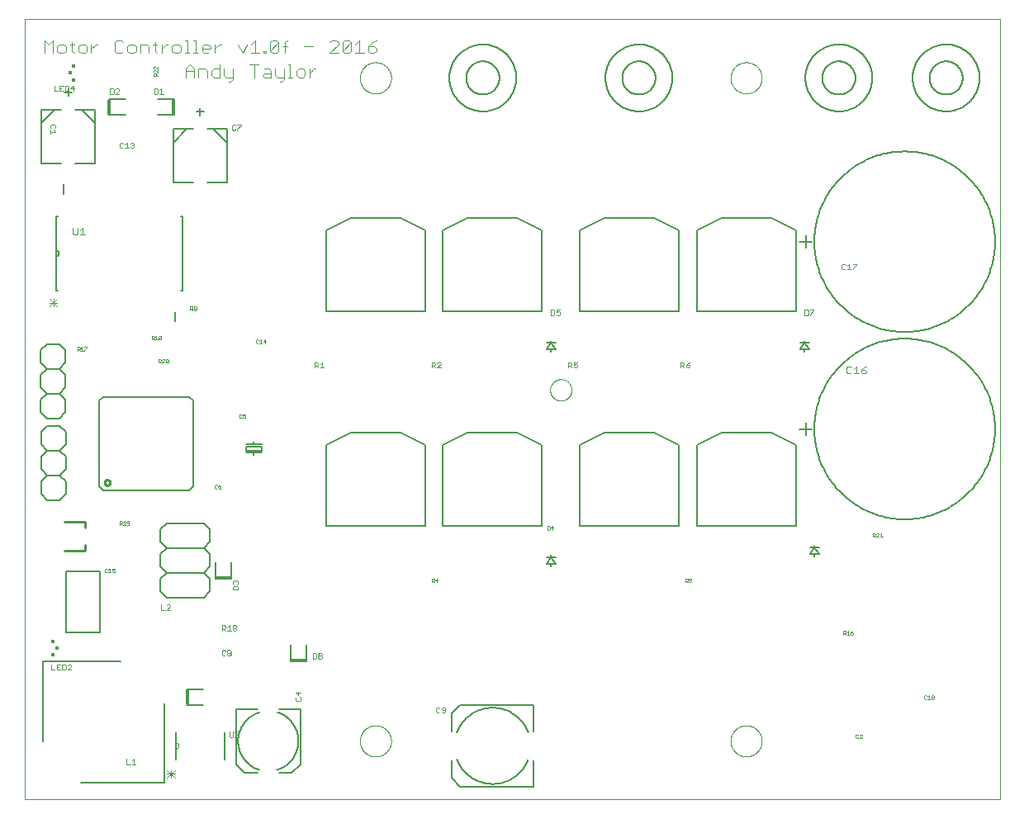
<source format=gto>
G75*
%MOIN*%
%OFA0B0*%
%FSLAX25Y25*%
%IPPOS*%
%LPD*%
%AMOC8*
5,1,8,0,0,1.08239X$1,22.5*
%
%ADD10C,0.00000*%
%ADD11C,0.00400*%
%ADD12C,0.00600*%
%ADD13C,0.00300*%
%ADD14C,0.00500*%
%ADD15C,0.00200*%
%ADD16C,0.00100*%
%ADD17C,0.00800*%
%ADD18R,0.01181X0.06201*%
%ADD19R,0.06201X0.01181*%
%ADD20C,0.01000*%
%ADD21R,0.01673X0.01280*%
%ADD22R,0.01378X0.01378*%
D10*
X0001800Y0001800D02*
X0001800Y0316761D01*
X0395501Y0316761D01*
X0395501Y0001800D01*
X0001800Y0001800D01*
X0062866Y0022254D02*
X0062934Y0022259D01*
X0063002Y0022268D01*
X0063070Y0022280D01*
X0063136Y0022297D01*
X0063202Y0022317D01*
X0063266Y0022341D01*
X0063329Y0022368D01*
X0063390Y0022399D01*
X0063450Y0022434D01*
X0063507Y0022472D01*
X0063562Y0022513D01*
X0063614Y0022557D01*
X0063664Y0022604D01*
X0063711Y0022654D01*
X0063756Y0022706D01*
X0063797Y0022761D01*
X0063835Y0022818D01*
X0063869Y0022877D01*
X0063901Y0022938D01*
X0063928Y0023001D01*
X0063952Y0023065D01*
X0063973Y0023131D01*
X0063989Y0023197D01*
X0064002Y0023265D01*
X0064011Y0023333D01*
X0064016Y0023401D01*
X0064017Y0023470D01*
X0064014Y0023538D01*
X0064007Y0023607D01*
X0063997Y0023674D01*
X0063982Y0023741D01*
X0063964Y0023807D01*
X0063942Y0023872D01*
X0063916Y0023936D01*
X0063887Y0023998D01*
X0063854Y0024058D01*
X0063818Y0024116D01*
X0063778Y0024173D01*
X0063736Y0024226D01*
X0063690Y0024278D01*
X0063642Y0024326D01*
X0063591Y0024372D01*
X0063537Y0024415D01*
X0063481Y0024454D01*
X0063423Y0024491D01*
X0063363Y0024523D01*
X0063301Y0024553D01*
X0063237Y0024579D01*
X0063172Y0024601D01*
X0063106Y0024619D01*
X0063039Y0024634D01*
X0062971Y0024645D01*
X0062903Y0024652D01*
X0062835Y0024655D01*
X0062766Y0024654D01*
X0137233Y0025422D02*
X0137235Y0025580D01*
X0137241Y0025738D01*
X0137251Y0025896D01*
X0137265Y0026054D01*
X0137283Y0026211D01*
X0137304Y0026368D01*
X0137330Y0026524D01*
X0137360Y0026680D01*
X0137393Y0026835D01*
X0137431Y0026988D01*
X0137472Y0027141D01*
X0137517Y0027293D01*
X0137566Y0027444D01*
X0137619Y0027593D01*
X0137675Y0027741D01*
X0137735Y0027887D01*
X0137799Y0028032D01*
X0137867Y0028175D01*
X0137938Y0028317D01*
X0138012Y0028457D01*
X0138090Y0028594D01*
X0138172Y0028730D01*
X0138256Y0028864D01*
X0138345Y0028995D01*
X0138436Y0029124D01*
X0138531Y0029251D01*
X0138628Y0029376D01*
X0138729Y0029498D01*
X0138833Y0029617D01*
X0138940Y0029734D01*
X0139050Y0029848D01*
X0139163Y0029959D01*
X0139278Y0030068D01*
X0139396Y0030173D01*
X0139517Y0030275D01*
X0139640Y0030375D01*
X0139766Y0030471D01*
X0139894Y0030564D01*
X0140024Y0030654D01*
X0140157Y0030740D01*
X0140292Y0030824D01*
X0140428Y0030903D01*
X0140567Y0030980D01*
X0140708Y0031052D01*
X0140850Y0031122D01*
X0140994Y0031187D01*
X0141140Y0031249D01*
X0141287Y0031307D01*
X0141436Y0031362D01*
X0141586Y0031413D01*
X0141737Y0031460D01*
X0141889Y0031503D01*
X0142042Y0031542D01*
X0142197Y0031578D01*
X0142352Y0031609D01*
X0142508Y0031637D01*
X0142664Y0031661D01*
X0142821Y0031681D01*
X0142979Y0031697D01*
X0143136Y0031709D01*
X0143295Y0031717D01*
X0143453Y0031721D01*
X0143611Y0031721D01*
X0143769Y0031717D01*
X0143928Y0031709D01*
X0144085Y0031697D01*
X0144243Y0031681D01*
X0144400Y0031661D01*
X0144556Y0031637D01*
X0144712Y0031609D01*
X0144867Y0031578D01*
X0145022Y0031542D01*
X0145175Y0031503D01*
X0145327Y0031460D01*
X0145478Y0031413D01*
X0145628Y0031362D01*
X0145777Y0031307D01*
X0145924Y0031249D01*
X0146070Y0031187D01*
X0146214Y0031122D01*
X0146356Y0031052D01*
X0146497Y0030980D01*
X0146636Y0030903D01*
X0146772Y0030824D01*
X0146907Y0030740D01*
X0147040Y0030654D01*
X0147170Y0030564D01*
X0147298Y0030471D01*
X0147424Y0030375D01*
X0147547Y0030275D01*
X0147668Y0030173D01*
X0147786Y0030068D01*
X0147901Y0029959D01*
X0148014Y0029848D01*
X0148124Y0029734D01*
X0148231Y0029617D01*
X0148335Y0029498D01*
X0148436Y0029376D01*
X0148533Y0029251D01*
X0148628Y0029124D01*
X0148719Y0028995D01*
X0148808Y0028864D01*
X0148892Y0028730D01*
X0148974Y0028594D01*
X0149052Y0028457D01*
X0149126Y0028317D01*
X0149197Y0028175D01*
X0149265Y0028032D01*
X0149329Y0027887D01*
X0149389Y0027741D01*
X0149445Y0027593D01*
X0149498Y0027444D01*
X0149547Y0027293D01*
X0149592Y0027141D01*
X0149633Y0026988D01*
X0149671Y0026835D01*
X0149704Y0026680D01*
X0149734Y0026524D01*
X0149760Y0026368D01*
X0149781Y0026211D01*
X0149799Y0026054D01*
X0149813Y0025896D01*
X0149823Y0025738D01*
X0149829Y0025580D01*
X0149831Y0025422D01*
X0149829Y0025264D01*
X0149823Y0025106D01*
X0149813Y0024948D01*
X0149799Y0024790D01*
X0149781Y0024633D01*
X0149760Y0024476D01*
X0149734Y0024320D01*
X0149704Y0024164D01*
X0149671Y0024009D01*
X0149633Y0023856D01*
X0149592Y0023703D01*
X0149547Y0023551D01*
X0149498Y0023400D01*
X0149445Y0023251D01*
X0149389Y0023103D01*
X0149329Y0022957D01*
X0149265Y0022812D01*
X0149197Y0022669D01*
X0149126Y0022527D01*
X0149052Y0022387D01*
X0148974Y0022250D01*
X0148892Y0022114D01*
X0148808Y0021980D01*
X0148719Y0021849D01*
X0148628Y0021720D01*
X0148533Y0021593D01*
X0148436Y0021468D01*
X0148335Y0021346D01*
X0148231Y0021227D01*
X0148124Y0021110D01*
X0148014Y0020996D01*
X0147901Y0020885D01*
X0147786Y0020776D01*
X0147668Y0020671D01*
X0147547Y0020569D01*
X0147424Y0020469D01*
X0147298Y0020373D01*
X0147170Y0020280D01*
X0147040Y0020190D01*
X0146907Y0020104D01*
X0146772Y0020020D01*
X0146636Y0019941D01*
X0146497Y0019864D01*
X0146356Y0019792D01*
X0146214Y0019722D01*
X0146070Y0019657D01*
X0145924Y0019595D01*
X0145777Y0019537D01*
X0145628Y0019482D01*
X0145478Y0019431D01*
X0145327Y0019384D01*
X0145175Y0019341D01*
X0145022Y0019302D01*
X0144867Y0019266D01*
X0144712Y0019235D01*
X0144556Y0019207D01*
X0144400Y0019183D01*
X0144243Y0019163D01*
X0144085Y0019147D01*
X0143928Y0019135D01*
X0143769Y0019127D01*
X0143611Y0019123D01*
X0143453Y0019123D01*
X0143295Y0019127D01*
X0143136Y0019135D01*
X0142979Y0019147D01*
X0142821Y0019163D01*
X0142664Y0019183D01*
X0142508Y0019207D01*
X0142352Y0019235D01*
X0142197Y0019266D01*
X0142042Y0019302D01*
X0141889Y0019341D01*
X0141737Y0019384D01*
X0141586Y0019431D01*
X0141436Y0019482D01*
X0141287Y0019537D01*
X0141140Y0019595D01*
X0140994Y0019657D01*
X0140850Y0019722D01*
X0140708Y0019792D01*
X0140567Y0019864D01*
X0140428Y0019941D01*
X0140292Y0020020D01*
X0140157Y0020104D01*
X0140024Y0020190D01*
X0139894Y0020280D01*
X0139766Y0020373D01*
X0139640Y0020469D01*
X0139517Y0020569D01*
X0139396Y0020671D01*
X0139278Y0020776D01*
X0139163Y0020885D01*
X0139050Y0020996D01*
X0138940Y0021110D01*
X0138833Y0021227D01*
X0138729Y0021346D01*
X0138628Y0021468D01*
X0138531Y0021593D01*
X0138436Y0021720D01*
X0138345Y0021849D01*
X0138256Y0021980D01*
X0138172Y0022114D01*
X0138090Y0022250D01*
X0138012Y0022387D01*
X0137938Y0022527D01*
X0137867Y0022669D01*
X0137799Y0022812D01*
X0137735Y0022957D01*
X0137675Y0023103D01*
X0137619Y0023251D01*
X0137566Y0023400D01*
X0137517Y0023551D01*
X0137472Y0023703D01*
X0137431Y0023856D01*
X0137393Y0024009D01*
X0137360Y0024164D01*
X0137330Y0024320D01*
X0137304Y0024476D01*
X0137283Y0024633D01*
X0137265Y0024790D01*
X0137251Y0024948D01*
X0137241Y0025106D01*
X0137235Y0025264D01*
X0137233Y0025422D01*
X0286840Y0025422D02*
X0286842Y0025580D01*
X0286848Y0025738D01*
X0286858Y0025896D01*
X0286872Y0026054D01*
X0286890Y0026211D01*
X0286911Y0026368D01*
X0286937Y0026524D01*
X0286967Y0026680D01*
X0287000Y0026835D01*
X0287038Y0026988D01*
X0287079Y0027141D01*
X0287124Y0027293D01*
X0287173Y0027444D01*
X0287226Y0027593D01*
X0287282Y0027741D01*
X0287342Y0027887D01*
X0287406Y0028032D01*
X0287474Y0028175D01*
X0287545Y0028317D01*
X0287619Y0028457D01*
X0287697Y0028594D01*
X0287779Y0028730D01*
X0287863Y0028864D01*
X0287952Y0028995D01*
X0288043Y0029124D01*
X0288138Y0029251D01*
X0288235Y0029376D01*
X0288336Y0029498D01*
X0288440Y0029617D01*
X0288547Y0029734D01*
X0288657Y0029848D01*
X0288770Y0029959D01*
X0288885Y0030068D01*
X0289003Y0030173D01*
X0289124Y0030275D01*
X0289247Y0030375D01*
X0289373Y0030471D01*
X0289501Y0030564D01*
X0289631Y0030654D01*
X0289764Y0030740D01*
X0289899Y0030824D01*
X0290035Y0030903D01*
X0290174Y0030980D01*
X0290315Y0031052D01*
X0290457Y0031122D01*
X0290601Y0031187D01*
X0290747Y0031249D01*
X0290894Y0031307D01*
X0291043Y0031362D01*
X0291193Y0031413D01*
X0291344Y0031460D01*
X0291496Y0031503D01*
X0291649Y0031542D01*
X0291804Y0031578D01*
X0291959Y0031609D01*
X0292115Y0031637D01*
X0292271Y0031661D01*
X0292428Y0031681D01*
X0292586Y0031697D01*
X0292743Y0031709D01*
X0292902Y0031717D01*
X0293060Y0031721D01*
X0293218Y0031721D01*
X0293376Y0031717D01*
X0293535Y0031709D01*
X0293692Y0031697D01*
X0293850Y0031681D01*
X0294007Y0031661D01*
X0294163Y0031637D01*
X0294319Y0031609D01*
X0294474Y0031578D01*
X0294629Y0031542D01*
X0294782Y0031503D01*
X0294934Y0031460D01*
X0295085Y0031413D01*
X0295235Y0031362D01*
X0295384Y0031307D01*
X0295531Y0031249D01*
X0295677Y0031187D01*
X0295821Y0031122D01*
X0295963Y0031052D01*
X0296104Y0030980D01*
X0296243Y0030903D01*
X0296379Y0030824D01*
X0296514Y0030740D01*
X0296647Y0030654D01*
X0296777Y0030564D01*
X0296905Y0030471D01*
X0297031Y0030375D01*
X0297154Y0030275D01*
X0297275Y0030173D01*
X0297393Y0030068D01*
X0297508Y0029959D01*
X0297621Y0029848D01*
X0297731Y0029734D01*
X0297838Y0029617D01*
X0297942Y0029498D01*
X0298043Y0029376D01*
X0298140Y0029251D01*
X0298235Y0029124D01*
X0298326Y0028995D01*
X0298415Y0028864D01*
X0298499Y0028730D01*
X0298581Y0028594D01*
X0298659Y0028457D01*
X0298733Y0028317D01*
X0298804Y0028175D01*
X0298872Y0028032D01*
X0298936Y0027887D01*
X0298996Y0027741D01*
X0299052Y0027593D01*
X0299105Y0027444D01*
X0299154Y0027293D01*
X0299199Y0027141D01*
X0299240Y0026988D01*
X0299278Y0026835D01*
X0299311Y0026680D01*
X0299341Y0026524D01*
X0299367Y0026368D01*
X0299388Y0026211D01*
X0299406Y0026054D01*
X0299420Y0025896D01*
X0299430Y0025738D01*
X0299436Y0025580D01*
X0299438Y0025422D01*
X0299436Y0025264D01*
X0299430Y0025106D01*
X0299420Y0024948D01*
X0299406Y0024790D01*
X0299388Y0024633D01*
X0299367Y0024476D01*
X0299341Y0024320D01*
X0299311Y0024164D01*
X0299278Y0024009D01*
X0299240Y0023856D01*
X0299199Y0023703D01*
X0299154Y0023551D01*
X0299105Y0023400D01*
X0299052Y0023251D01*
X0298996Y0023103D01*
X0298936Y0022957D01*
X0298872Y0022812D01*
X0298804Y0022669D01*
X0298733Y0022527D01*
X0298659Y0022387D01*
X0298581Y0022250D01*
X0298499Y0022114D01*
X0298415Y0021980D01*
X0298326Y0021849D01*
X0298235Y0021720D01*
X0298140Y0021593D01*
X0298043Y0021468D01*
X0297942Y0021346D01*
X0297838Y0021227D01*
X0297731Y0021110D01*
X0297621Y0020996D01*
X0297508Y0020885D01*
X0297393Y0020776D01*
X0297275Y0020671D01*
X0297154Y0020569D01*
X0297031Y0020469D01*
X0296905Y0020373D01*
X0296777Y0020280D01*
X0296647Y0020190D01*
X0296514Y0020104D01*
X0296379Y0020020D01*
X0296243Y0019941D01*
X0296104Y0019864D01*
X0295963Y0019792D01*
X0295821Y0019722D01*
X0295677Y0019657D01*
X0295531Y0019595D01*
X0295384Y0019537D01*
X0295235Y0019482D01*
X0295085Y0019431D01*
X0294934Y0019384D01*
X0294782Y0019341D01*
X0294629Y0019302D01*
X0294474Y0019266D01*
X0294319Y0019235D01*
X0294163Y0019207D01*
X0294007Y0019183D01*
X0293850Y0019163D01*
X0293692Y0019147D01*
X0293535Y0019135D01*
X0293376Y0019127D01*
X0293218Y0019123D01*
X0293060Y0019123D01*
X0292902Y0019127D01*
X0292743Y0019135D01*
X0292586Y0019147D01*
X0292428Y0019163D01*
X0292271Y0019183D01*
X0292115Y0019207D01*
X0291959Y0019235D01*
X0291804Y0019266D01*
X0291649Y0019302D01*
X0291496Y0019341D01*
X0291344Y0019384D01*
X0291193Y0019431D01*
X0291043Y0019482D01*
X0290894Y0019537D01*
X0290747Y0019595D01*
X0290601Y0019657D01*
X0290457Y0019722D01*
X0290315Y0019792D01*
X0290174Y0019864D01*
X0290035Y0019941D01*
X0289899Y0020020D01*
X0289764Y0020104D01*
X0289631Y0020190D01*
X0289501Y0020280D01*
X0289373Y0020373D01*
X0289247Y0020469D01*
X0289124Y0020569D01*
X0289003Y0020671D01*
X0288885Y0020776D01*
X0288770Y0020885D01*
X0288657Y0020996D01*
X0288547Y0021110D01*
X0288440Y0021227D01*
X0288336Y0021346D01*
X0288235Y0021468D01*
X0288138Y0021593D01*
X0288043Y0021720D01*
X0287952Y0021849D01*
X0287863Y0021980D01*
X0287779Y0022114D01*
X0287697Y0022250D01*
X0287619Y0022387D01*
X0287545Y0022527D01*
X0287474Y0022669D01*
X0287406Y0022812D01*
X0287342Y0022957D01*
X0287282Y0023103D01*
X0287226Y0023251D01*
X0287173Y0023400D01*
X0287124Y0023551D01*
X0287079Y0023703D01*
X0287038Y0023856D01*
X0287000Y0024009D01*
X0286967Y0024164D01*
X0286937Y0024320D01*
X0286911Y0024476D01*
X0286890Y0024633D01*
X0286872Y0024790D01*
X0286858Y0024948D01*
X0286848Y0025106D01*
X0286842Y0025264D01*
X0286840Y0025422D01*
X0214004Y0167154D02*
X0214006Y0167285D01*
X0214012Y0167417D01*
X0214022Y0167548D01*
X0214036Y0167679D01*
X0214054Y0167809D01*
X0214076Y0167938D01*
X0214101Y0168067D01*
X0214131Y0168195D01*
X0214165Y0168322D01*
X0214202Y0168449D01*
X0214243Y0168573D01*
X0214288Y0168697D01*
X0214337Y0168819D01*
X0214389Y0168940D01*
X0214445Y0169058D01*
X0214505Y0169176D01*
X0214568Y0169291D01*
X0214635Y0169404D01*
X0214705Y0169516D01*
X0214778Y0169625D01*
X0214854Y0169731D01*
X0214934Y0169836D01*
X0215017Y0169938D01*
X0215103Y0170037D01*
X0215192Y0170134D01*
X0215284Y0170228D01*
X0215379Y0170319D01*
X0215476Y0170408D01*
X0215576Y0170493D01*
X0215679Y0170575D01*
X0215784Y0170654D01*
X0215891Y0170730D01*
X0216001Y0170802D01*
X0216113Y0170871D01*
X0216227Y0170937D01*
X0216342Y0170999D01*
X0216460Y0171058D01*
X0216579Y0171113D01*
X0216700Y0171165D01*
X0216823Y0171212D01*
X0216947Y0171256D01*
X0217072Y0171297D01*
X0217198Y0171333D01*
X0217326Y0171366D01*
X0217454Y0171394D01*
X0217583Y0171419D01*
X0217713Y0171440D01*
X0217843Y0171457D01*
X0217974Y0171470D01*
X0218105Y0171479D01*
X0218236Y0171484D01*
X0218368Y0171485D01*
X0218499Y0171482D01*
X0218631Y0171475D01*
X0218762Y0171464D01*
X0218892Y0171449D01*
X0219022Y0171430D01*
X0219152Y0171407D01*
X0219280Y0171381D01*
X0219408Y0171350D01*
X0219535Y0171315D01*
X0219661Y0171277D01*
X0219785Y0171235D01*
X0219909Y0171189D01*
X0220030Y0171139D01*
X0220150Y0171086D01*
X0220269Y0171029D01*
X0220386Y0170969D01*
X0220500Y0170905D01*
X0220613Y0170837D01*
X0220724Y0170766D01*
X0220833Y0170692D01*
X0220939Y0170615D01*
X0221043Y0170534D01*
X0221144Y0170451D01*
X0221243Y0170364D01*
X0221339Y0170274D01*
X0221432Y0170181D01*
X0221523Y0170086D01*
X0221610Y0169988D01*
X0221695Y0169887D01*
X0221776Y0169784D01*
X0221854Y0169678D01*
X0221929Y0169570D01*
X0222001Y0169460D01*
X0222069Y0169348D01*
X0222134Y0169234D01*
X0222195Y0169117D01*
X0222253Y0168999D01*
X0222307Y0168879D01*
X0222358Y0168758D01*
X0222405Y0168635D01*
X0222448Y0168511D01*
X0222487Y0168386D01*
X0222523Y0168259D01*
X0222554Y0168131D01*
X0222582Y0168003D01*
X0222606Y0167874D01*
X0222626Y0167744D01*
X0222642Y0167613D01*
X0222654Y0167482D01*
X0222662Y0167351D01*
X0222666Y0167220D01*
X0222666Y0167088D01*
X0222662Y0166957D01*
X0222654Y0166826D01*
X0222642Y0166695D01*
X0222626Y0166564D01*
X0222606Y0166434D01*
X0222582Y0166305D01*
X0222554Y0166177D01*
X0222523Y0166049D01*
X0222487Y0165922D01*
X0222448Y0165797D01*
X0222405Y0165673D01*
X0222358Y0165550D01*
X0222307Y0165429D01*
X0222253Y0165309D01*
X0222195Y0165191D01*
X0222134Y0165074D01*
X0222069Y0164960D01*
X0222001Y0164848D01*
X0221929Y0164738D01*
X0221854Y0164630D01*
X0221776Y0164524D01*
X0221695Y0164421D01*
X0221610Y0164320D01*
X0221523Y0164222D01*
X0221432Y0164127D01*
X0221339Y0164034D01*
X0221243Y0163944D01*
X0221144Y0163857D01*
X0221043Y0163774D01*
X0220939Y0163693D01*
X0220833Y0163616D01*
X0220724Y0163542D01*
X0220613Y0163471D01*
X0220501Y0163403D01*
X0220386Y0163339D01*
X0220269Y0163279D01*
X0220150Y0163222D01*
X0220030Y0163169D01*
X0219909Y0163119D01*
X0219785Y0163073D01*
X0219661Y0163031D01*
X0219535Y0162993D01*
X0219408Y0162958D01*
X0219280Y0162927D01*
X0219152Y0162901D01*
X0219022Y0162878D01*
X0218892Y0162859D01*
X0218762Y0162844D01*
X0218631Y0162833D01*
X0218499Y0162826D01*
X0218368Y0162823D01*
X0218236Y0162824D01*
X0218105Y0162829D01*
X0217974Y0162838D01*
X0217843Y0162851D01*
X0217713Y0162868D01*
X0217583Y0162889D01*
X0217454Y0162914D01*
X0217326Y0162942D01*
X0217198Y0162975D01*
X0217072Y0163011D01*
X0216947Y0163052D01*
X0216823Y0163096D01*
X0216700Y0163143D01*
X0216579Y0163195D01*
X0216460Y0163250D01*
X0216342Y0163309D01*
X0216227Y0163371D01*
X0216113Y0163437D01*
X0216001Y0163506D01*
X0215891Y0163578D01*
X0215784Y0163654D01*
X0215679Y0163733D01*
X0215576Y0163815D01*
X0215476Y0163900D01*
X0215379Y0163989D01*
X0215284Y0164080D01*
X0215192Y0164174D01*
X0215103Y0164271D01*
X0215017Y0164370D01*
X0214934Y0164472D01*
X0214854Y0164577D01*
X0214778Y0164683D01*
X0214705Y0164792D01*
X0214635Y0164904D01*
X0214568Y0165017D01*
X0214505Y0165132D01*
X0214445Y0165250D01*
X0214389Y0165368D01*
X0214337Y0165489D01*
X0214288Y0165611D01*
X0214243Y0165735D01*
X0214202Y0165859D01*
X0214165Y0165986D01*
X0214131Y0166113D01*
X0214101Y0166241D01*
X0214076Y0166370D01*
X0214054Y0166499D01*
X0214036Y0166629D01*
X0214022Y0166760D01*
X0214012Y0166891D01*
X0214006Y0167023D01*
X0214004Y0167154D01*
X0137233Y0293139D02*
X0137235Y0293297D01*
X0137241Y0293455D01*
X0137251Y0293613D01*
X0137265Y0293771D01*
X0137283Y0293928D01*
X0137304Y0294085D01*
X0137330Y0294241D01*
X0137360Y0294397D01*
X0137393Y0294552D01*
X0137431Y0294705D01*
X0137472Y0294858D01*
X0137517Y0295010D01*
X0137566Y0295161D01*
X0137619Y0295310D01*
X0137675Y0295458D01*
X0137735Y0295604D01*
X0137799Y0295749D01*
X0137867Y0295892D01*
X0137938Y0296034D01*
X0138012Y0296174D01*
X0138090Y0296311D01*
X0138172Y0296447D01*
X0138256Y0296581D01*
X0138345Y0296712D01*
X0138436Y0296841D01*
X0138531Y0296968D01*
X0138628Y0297093D01*
X0138729Y0297215D01*
X0138833Y0297334D01*
X0138940Y0297451D01*
X0139050Y0297565D01*
X0139163Y0297676D01*
X0139278Y0297785D01*
X0139396Y0297890D01*
X0139517Y0297992D01*
X0139640Y0298092D01*
X0139766Y0298188D01*
X0139894Y0298281D01*
X0140024Y0298371D01*
X0140157Y0298457D01*
X0140292Y0298541D01*
X0140428Y0298620D01*
X0140567Y0298697D01*
X0140708Y0298769D01*
X0140850Y0298839D01*
X0140994Y0298904D01*
X0141140Y0298966D01*
X0141287Y0299024D01*
X0141436Y0299079D01*
X0141586Y0299130D01*
X0141737Y0299177D01*
X0141889Y0299220D01*
X0142042Y0299259D01*
X0142197Y0299295D01*
X0142352Y0299326D01*
X0142508Y0299354D01*
X0142664Y0299378D01*
X0142821Y0299398D01*
X0142979Y0299414D01*
X0143136Y0299426D01*
X0143295Y0299434D01*
X0143453Y0299438D01*
X0143611Y0299438D01*
X0143769Y0299434D01*
X0143928Y0299426D01*
X0144085Y0299414D01*
X0144243Y0299398D01*
X0144400Y0299378D01*
X0144556Y0299354D01*
X0144712Y0299326D01*
X0144867Y0299295D01*
X0145022Y0299259D01*
X0145175Y0299220D01*
X0145327Y0299177D01*
X0145478Y0299130D01*
X0145628Y0299079D01*
X0145777Y0299024D01*
X0145924Y0298966D01*
X0146070Y0298904D01*
X0146214Y0298839D01*
X0146356Y0298769D01*
X0146497Y0298697D01*
X0146636Y0298620D01*
X0146772Y0298541D01*
X0146907Y0298457D01*
X0147040Y0298371D01*
X0147170Y0298281D01*
X0147298Y0298188D01*
X0147424Y0298092D01*
X0147547Y0297992D01*
X0147668Y0297890D01*
X0147786Y0297785D01*
X0147901Y0297676D01*
X0148014Y0297565D01*
X0148124Y0297451D01*
X0148231Y0297334D01*
X0148335Y0297215D01*
X0148436Y0297093D01*
X0148533Y0296968D01*
X0148628Y0296841D01*
X0148719Y0296712D01*
X0148808Y0296581D01*
X0148892Y0296447D01*
X0148974Y0296311D01*
X0149052Y0296174D01*
X0149126Y0296034D01*
X0149197Y0295892D01*
X0149265Y0295749D01*
X0149329Y0295604D01*
X0149389Y0295458D01*
X0149445Y0295310D01*
X0149498Y0295161D01*
X0149547Y0295010D01*
X0149592Y0294858D01*
X0149633Y0294705D01*
X0149671Y0294552D01*
X0149704Y0294397D01*
X0149734Y0294241D01*
X0149760Y0294085D01*
X0149781Y0293928D01*
X0149799Y0293771D01*
X0149813Y0293613D01*
X0149823Y0293455D01*
X0149829Y0293297D01*
X0149831Y0293139D01*
X0149829Y0292981D01*
X0149823Y0292823D01*
X0149813Y0292665D01*
X0149799Y0292507D01*
X0149781Y0292350D01*
X0149760Y0292193D01*
X0149734Y0292037D01*
X0149704Y0291881D01*
X0149671Y0291726D01*
X0149633Y0291573D01*
X0149592Y0291420D01*
X0149547Y0291268D01*
X0149498Y0291117D01*
X0149445Y0290968D01*
X0149389Y0290820D01*
X0149329Y0290674D01*
X0149265Y0290529D01*
X0149197Y0290386D01*
X0149126Y0290244D01*
X0149052Y0290104D01*
X0148974Y0289967D01*
X0148892Y0289831D01*
X0148808Y0289697D01*
X0148719Y0289566D01*
X0148628Y0289437D01*
X0148533Y0289310D01*
X0148436Y0289185D01*
X0148335Y0289063D01*
X0148231Y0288944D01*
X0148124Y0288827D01*
X0148014Y0288713D01*
X0147901Y0288602D01*
X0147786Y0288493D01*
X0147668Y0288388D01*
X0147547Y0288286D01*
X0147424Y0288186D01*
X0147298Y0288090D01*
X0147170Y0287997D01*
X0147040Y0287907D01*
X0146907Y0287821D01*
X0146772Y0287737D01*
X0146636Y0287658D01*
X0146497Y0287581D01*
X0146356Y0287509D01*
X0146214Y0287439D01*
X0146070Y0287374D01*
X0145924Y0287312D01*
X0145777Y0287254D01*
X0145628Y0287199D01*
X0145478Y0287148D01*
X0145327Y0287101D01*
X0145175Y0287058D01*
X0145022Y0287019D01*
X0144867Y0286983D01*
X0144712Y0286952D01*
X0144556Y0286924D01*
X0144400Y0286900D01*
X0144243Y0286880D01*
X0144085Y0286864D01*
X0143928Y0286852D01*
X0143769Y0286844D01*
X0143611Y0286840D01*
X0143453Y0286840D01*
X0143295Y0286844D01*
X0143136Y0286852D01*
X0142979Y0286864D01*
X0142821Y0286880D01*
X0142664Y0286900D01*
X0142508Y0286924D01*
X0142352Y0286952D01*
X0142197Y0286983D01*
X0142042Y0287019D01*
X0141889Y0287058D01*
X0141737Y0287101D01*
X0141586Y0287148D01*
X0141436Y0287199D01*
X0141287Y0287254D01*
X0141140Y0287312D01*
X0140994Y0287374D01*
X0140850Y0287439D01*
X0140708Y0287509D01*
X0140567Y0287581D01*
X0140428Y0287658D01*
X0140292Y0287737D01*
X0140157Y0287821D01*
X0140024Y0287907D01*
X0139894Y0287997D01*
X0139766Y0288090D01*
X0139640Y0288186D01*
X0139517Y0288286D01*
X0139396Y0288388D01*
X0139278Y0288493D01*
X0139163Y0288602D01*
X0139050Y0288713D01*
X0138940Y0288827D01*
X0138833Y0288944D01*
X0138729Y0289063D01*
X0138628Y0289185D01*
X0138531Y0289310D01*
X0138436Y0289437D01*
X0138345Y0289566D01*
X0138256Y0289697D01*
X0138172Y0289831D01*
X0138090Y0289967D01*
X0138012Y0290104D01*
X0137938Y0290244D01*
X0137867Y0290386D01*
X0137799Y0290529D01*
X0137735Y0290674D01*
X0137675Y0290820D01*
X0137619Y0290968D01*
X0137566Y0291117D01*
X0137517Y0291268D01*
X0137472Y0291420D01*
X0137431Y0291573D01*
X0137393Y0291726D01*
X0137360Y0291881D01*
X0137330Y0292037D01*
X0137304Y0292193D01*
X0137283Y0292350D01*
X0137265Y0292507D01*
X0137251Y0292665D01*
X0137241Y0292823D01*
X0137235Y0292981D01*
X0137233Y0293139D01*
X0286840Y0293139D02*
X0286842Y0293297D01*
X0286848Y0293455D01*
X0286858Y0293613D01*
X0286872Y0293771D01*
X0286890Y0293928D01*
X0286911Y0294085D01*
X0286937Y0294241D01*
X0286967Y0294397D01*
X0287000Y0294552D01*
X0287038Y0294705D01*
X0287079Y0294858D01*
X0287124Y0295010D01*
X0287173Y0295161D01*
X0287226Y0295310D01*
X0287282Y0295458D01*
X0287342Y0295604D01*
X0287406Y0295749D01*
X0287474Y0295892D01*
X0287545Y0296034D01*
X0287619Y0296174D01*
X0287697Y0296311D01*
X0287779Y0296447D01*
X0287863Y0296581D01*
X0287952Y0296712D01*
X0288043Y0296841D01*
X0288138Y0296968D01*
X0288235Y0297093D01*
X0288336Y0297215D01*
X0288440Y0297334D01*
X0288547Y0297451D01*
X0288657Y0297565D01*
X0288770Y0297676D01*
X0288885Y0297785D01*
X0289003Y0297890D01*
X0289124Y0297992D01*
X0289247Y0298092D01*
X0289373Y0298188D01*
X0289501Y0298281D01*
X0289631Y0298371D01*
X0289764Y0298457D01*
X0289899Y0298541D01*
X0290035Y0298620D01*
X0290174Y0298697D01*
X0290315Y0298769D01*
X0290457Y0298839D01*
X0290601Y0298904D01*
X0290747Y0298966D01*
X0290894Y0299024D01*
X0291043Y0299079D01*
X0291193Y0299130D01*
X0291344Y0299177D01*
X0291496Y0299220D01*
X0291649Y0299259D01*
X0291804Y0299295D01*
X0291959Y0299326D01*
X0292115Y0299354D01*
X0292271Y0299378D01*
X0292428Y0299398D01*
X0292586Y0299414D01*
X0292743Y0299426D01*
X0292902Y0299434D01*
X0293060Y0299438D01*
X0293218Y0299438D01*
X0293376Y0299434D01*
X0293535Y0299426D01*
X0293692Y0299414D01*
X0293850Y0299398D01*
X0294007Y0299378D01*
X0294163Y0299354D01*
X0294319Y0299326D01*
X0294474Y0299295D01*
X0294629Y0299259D01*
X0294782Y0299220D01*
X0294934Y0299177D01*
X0295085Y0299130D01*
X0295235Y0299079D01*
X0295384Y0299024D01*
X0295531Y0298966D01*
X0295677Y0298904D01*
X0295821Y0298839D01*
X0295963Y0298769D01*
X0296104Y0298697D01*
X0296243Y0298620D01*
X0296379Y0298541D01*
X0296514Y0298457D01*
X0296647Y0298371D01*
X0296777Y0298281D01*
X0296905Y0298188D01*
X0297031Y0298092D01*
X0297154Y0297992D01*
X0297275Y0297890D01*
X0297393Y0297785D01*
X0297508Y0297676D01*
X0297621Y0297565D01*
X0297731Y0297451D01*
X0297838Y0297334D01*
X0297942Y0297215D01*
X0298043Y0297093D01*
X0298140Y0296968D01*
X0298235Y0296841D01*
X0298326Y0296712D01*
X0298415Y0296581D01*
X0298499Y0296447D01*
X0298581Y0296311D01*
X0298659Y0296174D01*
X0298733Y0296034D01*
X0298804Y0295892D01*
X0298872Y0295749D01*
X0298936Y0295604D01*
X0298996Y0295458D01*
X0299052Y0295310D01*
X0299105Y0295161D01*
X0299154Y0295010D01*
X0299199Y0294858D01*
X0299240Y0294705D01*
X0299278Y0294552D01*
X0299311Y0294397D01*
X0299341Y0294241D01*
X0299367Y0294085D01*
X0299388Y0293928D01*
X0299406Y0293771D01*
X0299420Y0293613D01*
X0299430Y0293455D01*
X0299436Y0293297D01*
X0299438Y0293139D01*
X0299436Y0292981D01*
X0299430Y0292823D01*
X0299420Y0292665D01*
X0299406Y0292507D01*
X0299388Y0292350D01*
X0299367Y0292193D01*
X0299341Y0292037D01*
X0299311Y0291881D01*
X0299278Y0291726D01*
X0299240Y0291573D01*
X0299199Y0291420D01*
X0299154Y0291268D01*
X0299105Y0291117D01*
X0299052Y0290968D01*
X0298996Y0290820D01*
X0298936Y0290674D01*
X0298872Y0290529D01*
X0298804Y0290386D01*
X0298733Y0290244D01*
X0298659Y0290104D01*
X0298581Y0289967D01*
X0298499Y0289831D01*
X0298415Y0289697D01*
X0298326Y0289566D01*
X0298235Y0289437D01*
X0298140Y0289310D01*
X0298043Y0289185D01*
X0297942Y0289063D01*
X0297838Y0288944D01*
X0297731Y0288827D01*
X0297621Y0288713D01*
X0297508Y0288602D01*
X0297393Y0288493D01*
X0297275Y0288388D01*
X0297154Y0288286D01*
X0297031Y0288186D01*
X0296905Y0288090D01*
X0296777Y0287997D01*
X0296647Y0287907D01*
X0296514Y0287821D01*
X0296379Y0287737D01*
X0296243Y0287658D01*
X0296104Y0287581D01*
X0295963Y0287509D01*
X0295821Y0287439D01*
X0295677Y0287374D01*
X0295531Y0287312D01*
X0295384Y0287254D01*
X0295235Y0287199D01*
X0295085Y0287148D01*
X0294934Y0287101D01*
X0294782Y0287058D01*
X0294629Y0287019D01*
X0294474Y0286983D01*
X0294319Y0286952D01*
X0294163Y0286924D01*
X0294007Y0286900D01*
X0293850Y0286880D01*
X0293692Y0286864D01*
X0293535Y0286852D01*
X0293376Y0286844D01*
X0293218Y0286840D01*
X0293060Y0286840D01*
X0292902Y0286844D01*
X0292743Y0286852D01*
X0292586Y0286864D01*
X0292428Y0286880D01*
X0292271Y0286900D01*
X0292115Y0286924D01*
X0291959Y0286952D01*
X0291804Y0286983D01*
X0291649Y0287019D01*
X0291496Y0287058D01*
X0291344Y0287101D01*
X0291193Y0287148D01*
X0291043Y0287199D01*
X0290894Y0287254D01*
X0290747Y0287312D01*
X0290601Y0287374D01*
X0290457Y0287439D01*
X0290315Y0287509D01*
X0290174Y0287581D01*
X0290035Y0287658D01*
X0289899Y0287737D01*
X0289764Y0287821D01*
X0289631Y0287907D01*
X0289501Y0287997D01*
X0289373Y0288090D01*
X0289247Y0288186D01*
X0289124Y0288286D01*
X0289003Y0288388D01*
X0288885Y0288493D01*
X0288770Y0288602D01*
X0288657Y0288713D01*
X0288547Y0288827D01*
X0288440Y0288944D01*
X0288336Y0289063D01*
X0288235Y0289185D01*
X0288138Y0289310D01*
X0288043Y0289437D01*
X0287952Y0289566D01*
X0287863Y0289697D01*
X0287779Y0289831D01*
X0287697Y0289967D01*
X0287619Y0290104D01*
X0287545Y0290244D01*
X0287474Y0290386D01*
X0287406Y0290529D01*
X0287342Y0290674D01*
X0287282Y0290820D01*
X0287226Y0290968D01*
X0287173Y0291117D01*
X0287124Y0291268D01*
X0287079Y0291420D01*
X0287038Y0291573D01*
X0287000Y0291726D01*
X0286967Y0291881D01*
X0286937Y0292037D01*
X0286911Y0292193D01*
X0286890Y0292350D01*
X0286872Y0292507D01*
X0286858Y0292665D01*
X0286848Y0292823D01*
X0286842Y0292981D01*
X0286840Y0293139D01*
D11*
X0143972Y0304048D02*
X0143972Y0304916D01*
X0143105Y0305783D01*
X0140503Y0305783D01*
X0140503Y0304048D01*
X0141370Y0303181D01*
X0143105Y0303181D01*
X0143972Y0304048D01*
X0140503Y0305783D02*
X0142238Y0307518D01*
X0143972Y0308386D01*
X0137081Y0308386D02*
X0137081Y0303181D01*
X0135346Y0303181D02*
X0138816Y0303181D01*
X0135346Y0306651D02*
X0137081Y0308386D01*
X0133660Y0307518D02*
X0133660Y0304048D01*
X0132792Y0303181D01*
X0131057Y0303181D01*
X0130190Y0304048D01*
X0133660Y0307518D01*
X0132792Y0308386D01*
X0131057Y0308386D01*
X0130190Y0307518D01*
X0130190Y0304048D01*
X0128503Y0303181D02*
X0125034Y0303181D01*
X0128503Y0306651D01*
X0128503Y0307518D01*
X0127636Y0308386D01*
X0125901Y0308386D01*
X0125034Y0307518D01*
X0118190Y0305783D02*
X0114721Y0305783D01*
X0107862Y0305783D02*
X0106127Y0305783D01*
X0106994Y0307518D02*
X0106994Y0303181D01*
X0104440Y0304048D02*
X0104440Y0307518D01*
X0100970Y0304048D01*
X0101838Y0303181D01*
X0103573Y0303181D01*
X0104440Y0304048D01*
X0100970Y0304048D02*
X0100970Y0307518D01*
X0101838Y0308386D01*
X0103573Y0308386D01*
X0104440Y0307518D01*
X0106994Y0307518D02*
X0107862Y0308386D01*
X0099260Y0304048D02*
X0099260Y0303181D01*
X0098392Y0303181D01*
X0098392Y0304048D01*
X0099260Y0304048D01*
X0096705Y0303181D02*
X0093236Y0303181D01*
X0094971Y0303181D02*
X0094971Y0308386D01*
X0093236Y0306651D01*
X0091549Y0306651D02*
X0089814Y0303181D01*
X0088079Y0306651D01*
X0081228Y0306651D02*
X0080361Y0306651D01*
X0078626Y0304916D01*
X0076939Y0304916D02*
X0073470Y0304916D01*
X0073470Y0305783D02*
X0074337Y0306651D01*
X0076072Y0306651D01*
X0076939Y0305783D01*
X0076939Y0304916D01*
X0076072Y0303181D02*
X0074337Y0303181D01*
X0073470Y0304048D01*
X0073470Y0305783D01*
X0071767Y0303181D02*
X0070032Y0303181D01*
X0070899Y0303181D02*
X0070899Y0308386D01*
X0070032Y0308386D01*
X0067462Y0308386D02*
X0067462Y0303181D01*
X0068329Y0303181D02*
X0066594Y0303181D01*
X0064908Y0304048D02*
X0064908Y0305783D01*
X0064040Y0306651D01*
X0062305Y0306651D01*
X0061438Y0305783D01*
X0061438Y0304048D01*
X0062305Y0303181D01*
X0064040Y0303181D01*
X0064908Y0304048D01*
X0066594Y0308386D02*
X0067462Y0308386D01*
X0059743Y0306651D02*
X0058876Y0306651D01*
X0057141Y0304916D01*
X0057141Y0303181D02*
X0057141Y0306651D01*
X0055438Y0306651D02*
X0053703Y0306651D01*
X0054571Y0307518D02*
X0054571Y0304048D01*
X0055438Y0303181D01*
X0052017Y0303181D02*
X0052017Y0305783D01*
X0051149Y0306651D01*
X0048547Y0306651D01*
X0048547Y0303181D01*
X0046860Y0304048D02*
X0046860Y0305783D01*
X0045993Y0306651D01*
X0044258Y0306651D01*
X0043391Y0305783D01*
X0043391Y0304048D01*
X0044258Y0303181D01*
X0045993Y0303181D01*
X0046860Y0304048D01*
X0041704Y0304048D02*
X0040836Y0303181D01*
X0039102Y0303181D01*
X0038234Y0304048D01*
X0038234Y0307518D01*
X0039102Y0308386D01*
X0040836Y0308386D01*
X0041704Y0307518D01*
X0031383Y0306651D02*
X0030516Y0306651D01*
X0028781Y0304916D01*
X0028781Y0303181D02*
X0028781Y0306651D01*
X0027094Y0305783D02*
X0026227Y0306651D01*
X0024492Y0306651D01*
X0023624Y0305783D01*
X0023624Y0304048D01*
X0024492Y0303181D01*
X0026227Y0303181D01*
X0027094Y0304048D01*
X0027094Y0305783D01*
X0021922Y0306651D02*
X0020187Y0306651D01*
X0021054Y0307518D02*
X0021054Y0304048D01*
X0021922Y0303181D01*
X0018500Y0304048D02*
X0018500Y0305783D01*
X0017633Y0306651D01*
X0015898Y0306651D01*
X0015030Y0305783D01*
X0015030Y0304048D01*
X0015898Y0303181D01*
X0017633Y0303181D01*
X0018500Y0304048D01*
X0013344Y0303181D02*
X0013344Y0308386D01*
X0011609Y0306651D01*
X0009874Y0308386D01*
X0009874Y0303181D01*
X0066961Y0296808D02*
X0066961Y0293339D01*
X0066961Y0295941D02*
X0070430Y0295941D01*
X0070430Y0296808D02*
X0070430Y0293339D01*
X0072117Y0293339D02*
X0072117Y0296808D01*
X0074719Y0296808D01*
X0075587Y0295941D01*
X0075587Y0293339D01*
X0077273Y0294206D02*
X0077273Y0295941D01*
X0078141Y0296808D01*
X0080743Y0296808D01*
X0082430Y0296808D02*
X0082430Y0294206D01*
X0083297Y0293339D01*
X0085899Y0293339D01*
X0085899Y0292471D02*
X0085032Y0291604D01*
X0084165Y0291604D01*
X0085899Y0292471D02*
X0085899Y0296808D01*
X0080743Y0298543D02*
X0080743Y0293339D01*
X0078141Y0293339D01*
X0077273Y0294206D01*
X0070430Y0296808D02*
X0068695Y0298543D01*
X0066961Y0296808D01*
X0078626Y0303181D02*
X0078626Y0306651D01*
X0092743Y0298543D02*
X0096212Y0298543D01*
X0094477Y0298543D02*
X0094477Y0293339D01*
X0097899Y0294206D02*
X0098766Y0295073D01*
X0101369Y0295073D01*
X0101369Y0295941D02*
X0101369Y0293339D01*
X0098766Y0293339D01*
X0097899Y0294206D01*
X0098766Y0296808D02*
X0100501Y0296808D01*
X0101369Y0295941D01*
X0103055Y0296808D02*
X0103055Y0294206D01*
X0103923Y0293339D01*
X0106525Y0293339D01*
X0106525Y0292471D02*
X0105658Y0291604D01*
X0104790Y0291604D01*
X0106525Y0292471D02*
X0106525Y0296808D01*
X0108212Y0298543D02*
X0109079Y0298543D01*
X0109079Y0293339D01*
X0108212Y0293339D02*
X0109947Y0293339D01*
X0111649Y0294206D02*
X0112517Y0293339D01*
X0114252Y0293339D01*
X0115119Y0294206D01*
X0115119Y0295941D01*
X0114252Y0296808D01*
X0112517Y0296808D01*
X0111649Y0295941D01*
X0111649Y0294206D01*
X0116806Y0295073D02*
X0118541Y0296808D01*
X0119408Y0296808D01*
X0116806Y0296808D02*
X0116806Y0293339D01*
D12*
X0083466Y0272443D02*
X0075466Y0272443D01*
X0078066Y0272443D02*
X0083466Y0267043D01*
X0083466Y0272443D02*
X0083466Y0250843D01*
X0075466Y0250843D01*
X0069866Y0250843D02*
X0061866Y0250843D01*
X0061866Y0272443D01*
X0067266Y0272443D01*
X0061866Y0267043D01*
X0067266Y0272443D02*
X0069866Y0272443D01*
X0072666Y0277943D02*
X0072666Y0280943D01*
X0074166Y0279443D02*
X0071166Y0279443D01*
X0030317Y0280317D02*
X0030317Y0258717D01*
X0022317Y0258717D01*
X0016717Y0258717D02*
X0008717Y0258717D01*
X0008717Y0280317D01*
X0014117Y0280317D01*
X0008717Y0274917D01*
X0014117Y0280317D02*
X0016717Y0280317D01*
X0022317Y0280317D02*
X0030317Y0280317D01*
X0024917Y0280317D02*
X0030317Y0274917D01*
X0019517Y0285817D02*
X0019517Y0288817D01*
X0021017Y0287317D02*
X0018017Y0287317D01*
X0017468Y0250091D02*
X0017468Y0246091D01*
X0015168Y0237391D02*
X0014468Y0237391D01*
X0014468Y0223591D01*
X0014468Y0221191D01*
X0014468Y0207391D01*
X0015168Y0207391D01*
X0014468Y0221191D02*
X0014537Y0221193D01*
X0014605Y0221199D01*
X0014673Y0221209D01*
X0014740Y0221222D01*
X0014806Y0221240D01*
X0014871Y0221261D01*
X0014935Y0221286D01*
X0014997Y0221314D01*
X0015058Y0221346D01*
X0015117Y0221381D01*
X0015173Y0221420D01*
X0015228Y0221462D01*
X0015279Y0221507D01*
X0015329Y0221555D01*
X0015375Y0221605D01*
X0015418Y0221658D01*
X0015459Y0221714D01*
X0015496Y0221771D01*
X0015529Y0221831D01*
X0015560Y0221893D01*
X0015586Y0221956D01*
X0015609Y0222020D01*
X0015629Y0222086D01*
X0015644Y0222153D01*
X0015656Y0222220D01*
X0015664Y0222288D01*
X0015668Y0222357D01*
X0015668Y0222425D01*
X0015664Y0222494D01*
X0015656Y0222562D01*
X0015644Y0222629D01*
X0015629Y0222696D01*
X0015609Y0222762D01*
X0015586Y0222826D01*
X0015560Y0222889D01*
X0015529Y0222951D01*
X0015496Y0223011D01*
X0015459Y0223068D01*
X0015418Y0223124D01*
X0015375Y0223177D01*
X0015329Y0223227D01*
X0015279Y0223275D01*
X0015228Y0223320D01*
X0015173Y0223362D01*
X0015117Y0223401D01*
X0015058Y0223436D01*
X0014997Y0223468D01*
X0014935Y0223496D01*
X0014871Y0223521D01*
X0014806Y0223542D01*
X0014740Y0223560D01*
X0014673Y0223573D01*
X0014605Y0223583D01*
X0014537Y0223589D01*
X0014468Y0223591D01*
X0015954Y0185658D02*
X0010954Y0185658D01*
X0008454Y0183158D01*
X0008454Y0178158D01*
X0010954Y0175658D01*
X0008454Y0173158D01*
X0008454Y0168158D01*
X0010954Y0165658D01*
X0008454Y0163158D01*
X0008454Y0158158D01*
X0010954Y0155658D01*
X0015954Y0155658D01*
X0018454Y0158158D01*
X0018454Y0163158D01*
X0015954Y0165658D01*
X0010954Y0165658D01*
X0015954Y0165658D02*
X0018454Y0168158D01*
X0018454Y0173158D01*
X0015954Y0175658D01*
X0010954Y0175658D01*
X0015954Y0175658D02*
X0018454Y0178158D01*
X0018454Y0183158D01*
X0015954Y0185658D01*
X0016111Y0152627D02*
X0011111Y0152627D01*
X0008611Y0150127D01*
X0008611Y0145127D01*
X0011111Y0142627D01*
X0016111Y0142627D01*
X0018611Y0145127D01*
X0018611Y0150127D01*
X0016111Y0152627D01*
X0016111Y0142627D02*
X0018611Y0140127D01*
X0018611Y0135127D01*
X0016111Y0132627D01*
X0018611Y0130127D01*
X0018611Y0125127D01*
X0016111Y0122627D01*
X0011111Y0122627D01*
X0008611Y0125127D01*
X0008611Y0130127D01*
X0011111Y0132627D01*
X0008611Y0135127D01*
X0008611Y0140127D01*
X0011111Y0142627D01*
X0011111Y0132627D02*
X0016111Y0132627D01*
X0056761Y0110757D02*
X0056761Y0105757D01*
X0059261Y0103257D01*
X0074261Y0103257D01*
X0076761Y0100757D01*
X0076761Y0095757D01*
X0074261Y0093257D01*
X0076761Y0090757D01*
X0076761Y0085757D01*
X0074261Y0083257D01*
X0059261Y0083257D01*
X0056761Y0085757D01*
X0056761Y0090757D01*
X0059261Y0093257D01*
X0074261Y0093257D01*
X0074261Y0103257D02*
X0076761Y0105757D01*
X0076761Y0110757D01*
X0074261Y0113257D01*
X0059261Y0113257D01*
X0056761Y0110757D01*
X0059261Y0103257D02*
X0056761Y0100757D01*
X0056761Y0095757D01*
X0059261Y0093257D01*
X0032148Y0093952D02*
X0032148Y0069353D01*
X0018526Y0069353D01*
X0018526Y0093952D01*
X0032148Y0093952D01*
X0040461Y0057656D02*
X0009162Y0057656D01*
X0009162Y0025176D01*
X0024713Y0008444D02*
X0058375Y0008444D01*
X0058375Y0040530D01*
X0062866Y0028854D02*
X0062866Y0022254D01*
X0062866Y0018054D01*
X0082466Y0018054D02*
X0082466Y0028854D01*
X0062468Y0194791D02*
X0062468Y0198691D01*
X0064968Y0207391D02*
X0065668Y0207391D01*
X0065668Y0237391D01*
X0064968Y0237391D01*
X0180146Y0293139D02*
X0180148Y0293303D01*
X0180154Y0293467D01*
X0180164Y0293631D01*
X0180178Y0293795D01*
X0180196Y0293958D01*
X0180218Y0294121D01*
X0180245Y0294283D01*
X0180275Y0294445D01*
X0180309Y0294605D01*
X0180347Y0294765D01*
X0180388Y0294924D01*
X0180434Y0295082D01*
X0180484Y0295238D01*
X0180537Y0295394D01*
X0180594Y0295548D01*
X0180655Y0295700D01*
X0180720Y0295851D01*
X0180789Y0296001D01*
X0180861Y0296148D01*
X0180936Y0296294D01*
X0181016Y0296438D01*
X0181098Y0296580D01*
X0181184Y0296720D01*
X0181274Y0296857D01*
X0181367Y0296993D01*
X0181463Y0297126D01*
X0181563Y0297257D01*
X0181665Y0297385D01*
X0181771Y0297511D01*
X0181880Y0297634D01*
X0181992Y0297754D01*
X0182106Y0297872D01*
X0182224Y0297986D01*
X0182344Y0298098D01*
X0182467Y0298207D01*
X0182593Y0298313D01*
X0182721Y0298415D01*
X0182852Y0298515D01*
X0182985Y0298611D01*
X0183121Y0298704D01*
X0183258Y0298794D01*
X0183398Y0298880D01*
X0183540Y0298962D01*
X0183684Y0299042D01*
X0183830Y0299117D01*
X0183977Y0299189D01*
X0184127Y0299258D01*
X0184278Y0299323D01*
X0184430Y0299384D01*
X0184584Y0299441D01*
X0184740Y0299494D01*
X0184896Y0299544D01*
X0185054Y0299590D01*
X0185213Y0299631D01*
X0185373Y0299669D01*
X0185533Y0299703D01*
X0185695Y0299733D01*
X0185857Y0299760D01*
X0186020Y0299782D01*
X0186183Y0299800D01*
X0186347Y0299814D01*
X0186511Y0299824D01*
X0186675Y0299830D01*
X0186839Y0299832D01*
X0187003Y0299830D01*
X0187167Y0299824D01*
X0187331Y0299814D01*
X0187495Y0299800D01*
X0187658Y0299782D01*
X0187821Y0299760D01*
X0187983Y0299733D01*
X0188145Y0299703D01*
X0188305Y0299669D01*
X0188465Y0299631D01*
X0188624Y0299590D01*
X0188782Y0299544D01*
X0188938Y0299494D01*
X0189094Y0299441D01*
X0189248Y0299384D01*
X0189400Y0299323D01*
X0189551Y0299258D01*
X0189701Y0299189D01*
X0189848Y0299117D01*
X0189994Y0299042D01*
X0190138Y0298962D01*
X0190280Y0298880D01*
X0190420Y0298794D01*
X0190557Y0298704D01*
X0190693Y0298611D01*
X0190826Y0298515D01*
X0190957Y0298415D01*
X0191085Y0298313D01*
X0191211Y0298207D01*
X0191334Y0298098D01*
X0191454Y0297986D01*
X0191572Y0297872D01*
X0191686Y0297754D01*
X0191798Y0297634D01*
X0191907Y0297511D01*
X0192013Y0297385D01*
X0192115Y0297257D01*
X0192215Y0297126D01*
X0192311Y0296993D01*
X0192404Y0296857D01*
X0192494Y0296720D01*
X0192580Y0296580D01*
X0192662Y0296438D01*
X0192742Y0296294D01*
X0192817Y0296148D01*
X0192889Y0296001D01*
X0192958Y0295851D01*
X0193023Y0295700D01*
X0193084Y0295548D01*
X0193141Y0295394D01*
X0193194Y0295238D01*
X0193244Y0295082D01*
X0193290Y0294924D01*
X0193331Y0294765D01*
X0193369Y0294605D01*
X0193403Y0294445D01*
X0193433Y0294283D01*
X0193460Y0294121D01*
X0193482Y0293958D01*
X0193500Y0293795D01*
X0193514Y0293631D01*
X0193524Y0293467D01*
X0193530Y0293303D01*
X0193532Y0293139D01*
X0193530Y0292975D01*
X0193524Y0292811D01*
X0193514Y0292647D01*
X0193500Y0292483D01*
X0193482Y0292320D01*
X0193460Y0292157D01*
X0193433Y0291995D01*
X0193403Y0291833D01*
X0193369Y0291673D01*
X0193331Y0291513D01*
X0193290Y0291354D01*
X0193244Y0291196D01*
X0193194Y0291040D01*
X0193141Y0290884D01*
X0193084Y0290730D01*
X0193023Y0290578D01*
X0192958Y0290427D01*
X0192889Y0290277D01*
X0192817Y0290130D01*
X0192742Y0289984D01*
X0192662Y0289840D01*
X0192580Y0289698D01*
X0192494Y0289558D01*
X0192404Y0289421D01*
X0192311Y0289285D01*
X0192215Y0289152D01*
X0192115Y0289021D01*
X0192013Y0288893D01*
X0191907Y0288767D01*
X0191798Y0288644D01*
X0191686Y0288524D01*
X0191572Y0288406D01*
X0191454Y0288292D01*
X0191334Y0288180D01*
X0191211Y0288071D01*
X0191085Y0287965D01*
X0190957Y0287863D01*
X0190826Y0287763D01*
X0190693Y0287667D01*
X0190557Y0287574D01*
X0190420Y0287484D01*
X0190280Y0287398D01*
X0190138Y0287316D01*
X0189994Y0287236D01*
X0189848Y0287161D01*
X0189701Y0287089D01*
X0189551Y0287020D01*
X0189400Y0286955D01*
X0189248Y0286894D01*
X0189094Y0286837D01*
X0188938Y0286784D01*
X0188782Y0286734D01*
X0188624Y0286688D01*
X0188465Y0286647D01*
X0188305Y0286609D01*
X0188145Y0286575D01*
X0187983Y0286545D01*
X0187821Y0286518D01*
X0187658Y0286496D01*
X0187495Y0286478D01*
X0187331Y0286464D01*
X0187167Y0286454D01*
X0187003Y0286448D01*
X0186839Y0286446D01*
X0186675Y0286448D01*
X0186511Y0286454D01*
X0186347Y0286464D01*
X0186183Y0286478D01*
X0186020Y0286496D01*
X0185857Y0286518D01*
X0185695Y0286545D01*
X0185533Y0286575D01*
X0185373Y0286609D01*
X0185213Y0286647D01*
X0185054Y0286688D01*
X0184896Y0286734D01*
X0184740Y0286784D01*
X0184584Y0286837D01*
X0184430Y0286894D01*
X0184278Y0286955D01*
X0184127Y0287020D01*
X0183977Y0287089D01*
X0183830Y0287161D01*
X0183684Y0287236D01*
X0183540Y0287316D01*
X0183398Y0287398D01*
X0183258Y0287484D01*
X0183121Y0287574D01*
X0182985Y0287667D01*
X0182852Y0287763D01*
X0182721Y0287863D01*
X0182593Y0287965D01*
X0182467Y0288071D01*
X0182344Y0288180D01*
X0182224Y0288292D01*
X0182106Y0288406D01*
X0181992Y0288524D01*
X0181880Y0288644D01*
X0181771Y0288767D01*
X0181665Y0288893D01*
X0181563Y0289021D01*
X0181463Y0289152D01*
X0181367Y0289285D01*
X0181274Y0289421D01*
X0181184Y0289558D01*
X0181098Y0289698D01*
X0181016Y0289840D01*
X0180936Y0289984D01*
X0180861Y0290130D01*
X0180789Y0290277D01*
X0180720Y0290427D01*
X0180655Y0290578D01*
X0180594Y0290730D01*
X0180537Y0290884D01*
X0180484Y0291040D01*
X0180434Y0291196D01*
X0180388Y0291354D01*
X0180347Y0291513D01*
X0180309Y0291673D01*
X0180275Y0291833D01*
X0180245Y0291995D01*
X0180218Y0292157D01*
X0180196Y0292320D01*
X0180178Y0292483D01*
X0180164Y0292647D01*
X0180154Y0292811D01*
X0180148Y0292975D01*
X0180146Y0293139D01*
X0173339Y0293139D02*
X0173343Y0293470D01*
X0173355Y0293801D01*
X0173376Y0294132D01*
X0173404Y0294462D01*
X0173441Y0294792D01*
X0173485Y0295120D01*
X0173538Y0295447D01*
X0173598Y0295773D01*
X0173667Y0296097D01*
X0173744Y0296419D01*
X0173828Y0296740D01*
X0173920Y0297058D01*
X0174020Y0297374D01*
X0174128Y0297687D01*
X0174244Y0297998D01*
X0174367Y0298305D01*
X0174497Y0298610D01*
X0174635Y0298911D01*
X0174780Y0299209D01*
X0174933Y0299503D01*
X0175093Y0299793D01*
X0175260Y0300079D01*
X0175433Y0300361D01*
X0175614Y0300639D01*
X0175802Y0300912D01*
X0175996Y0301181D01*
X0176196Y0301445D01*
X0176403Y0301703D01*
X0176617Y0301957D01*
X0176836Y0302205D01*
X0177062Y0302448D01*
X0177293Y0302685D01*
X0177530Y0302916D01*
X0177773Y0303142D01*
X0178021Y0303361D01*
X0178275Y0303575D01*
X0178533Y0303782D01*
X0178797Y0303982D01*
X0179066Y0304176D01*
X0179339Y0304364D01*
X0179617Y0304545D01*
X0179899Y0304718D01*
X0180185Y0304885D01*
X0180475Y0305045D01*
X0180769Y0305198D01*
X0181067Y0305343D01*
X0181368Y0305481D01*
X0181673Y0305611D01*
X0181980Y0305734D01*
X0182291Y0305850D01*
X0182604Y0305958D01*
X0182920Y0306058D01*
X0183238Y0306150D01*
X0183559Y0306234D01*
X0183881Y0306311D01*
X0184205Y0306380D01*
X0184531Y0306440D01*
X0184858Y0306493D01*
X0185186Y0306537D01*
X0185516Y0306574D01*
X0185846Y0306602D01*
X0186177Y0306623D01*
X0186508Y0306635D01*
X0186839Y0306639D01*
X0187170Y0306635D01*
X0187501Y0306623D01*
X0187832Y0306602D01*
X0188162Y0306574D01*
X0188492Y0306537D01*
X0188820Y0306493D01*
X0189147Y0306440D01*
X0189473Y0306380D01*
X0189797Y0306311D01*
X0190119Y0306234D01*
X0190440Y0306150D01*
X0190758Y0306058D01*
X0191074Y0305958D01*
X0191387Y0305850D01*
X0191698Y0305734D01*
X0192005Y0305611D01*
X0192310Y0305481D01*
X0192611Y0305343D01*
X0192909Y0305198D01*
X0193203Y0305045D01*
X0193493Y0304885D01*
X0193779Y0304718D01*
X0194061Y0304545D01*
X0194339Y0304364D01*
X0194612Y0304176D01*
X0194881Y0303982D01*
X0195145Y0303782D01*
X0195403Y0303575D01*
X0195657Y0303361D01*
X0195905Y0303142D01*
X0196148Y0302916D01*
X0196385Y0302685D01*
X0196616Y0302448D01*
X0196842Y0302205D01*
X0197061Y0301957D01*
X0197275Y0301703D01*
X0197482Y0301445D01*
X0197682Y0301181D01*
X0197876Y0300912D01*
X0198064Y0300639D01*
X0198245Y0300361D01*
X0198418Y0300079D01*
X0198585Y0299793D01*
X0198745Y0299503D01*
X0198898Y0299209D01*
X0199043Y0298911D01*
X0199181Y0298610D01*
X0199311Y0298305D01*
X0199434Y0297998D01*
X0199550Y0297687D01*
X0199658Y0297374D01*
X0199758Y0297058D01*
X0199850Y0296740D01*
X0199934Y0296419D01*
X0200011Y0296097D01*
X0200080Y0295773D01*
X0200140Y0295447D01*
X0200193Y0295120D01*
X0200237Y0294792D01*
X0200274Y0294462D01*
X0200302Y0294132D01*
X0200323Y0293801D01*
X0200335Y0293470D01*
X0200339Y0293139D01*
X0200335Y0292808D01*
X0200323Y0292477D01*
X0200302Y0292146D01*
X0200274Y0291816D01*
X0200237Y0291486D01*
X0200193Y0291158D01*
X0200140Y0290831D01*
X0200080Y0290505D01*
X0200011Y0290181D01*
X0199934Y0289859D01*
X0199850Y0289538D01*
X0199758Y0289220D01*
X0199658Y0288904D01*
X0199550Y0288591D01*
X0199434Y0288280D01*
X0199311Y0287973D01*
X0199181Y0287668D01*
X0199043Y0287367D01*
X0198898Y0287069D01*
X0198745Y0286775D01*
X0198585Y0286485D01*
X0198418Y0286199D01*
X0198245Y0285917D01*
X0198064Y0285639D01*
X0197876Y0285366D01*
X0197682Y0285097D01*
X0197482Y0284833D01*
X0197275Y0284575D01*
X0197061Y0284321D01*
X0196842Y0284073D01*
X0196616Y0283830D01*
X0196385Y0283593D01*
X0196148Y0283362D01*
X0195905Y0283136D01*
X0195657Y0282917D01*
X0195403Y0282703D01*
X0195145Y0282496D01*
X0194881Y0282296D01*
X0194612Y0282102D01*
X0194339Y0281914D01*
X0194061Y0281733D01*
X0193779Y0281560D01*
X0193493Y0281393D01*
X0193203Y0281233D01*
X0192909Y0281080D01*
X0192611Y0280935D01*
X0192310Y0280797D01*
X0192005Y0280667D01*
X0191698Y0280544D01*
X0191387Y0280428D01*
X0191074Y0280320D01*
X0190758Y0280220D01*
X0190440Y0280128D01*
X0190119Y0280044D01*
X0189797Y0279967D01*
X0189473Y0279898D01*
X0189147Y0279838D01*
X0188820Y0279785D01*
X0188492Y0279741D01*
X0188162Y0279704D01*
X0187832Y0279676D01*
X0187501Y0279655D01*
X0187170Y0279643D01*
X0186839Y0279639D01*
X0186508Y0279643D01*
X0186177Y0279655D01*
X0185846Y0279676D01*
X0185516Y0279704D01*
X0185186Y0279741D01*
X0184858Y0279785D01*
X0184531Y0279838D01*
X0184205Y0279898D01*
X0183881Y0279967D01*
X0183559Y0280044D01*
X0183238Y0280128D01*
X0182920Y0280220D01*
X0182604Y0280320D01*
X0182291Y0280428D01*
X0181980Y0280544D01*
X0181673Y0280667D01*
X0181368Y0280797D01*
X0181067Y0280935D01*
X0180769Y0281080D01*
X0180475Y0281233D01*
X0180185Y0281393D01*
X0179899Y0281560D01*
X0179617Y0281733D01*
X0179339Y0281914D01*
X0179066Y0282102D01*
X0178797Y0282296D01*
X0178533Y0282496D01*
X0178275Y0282703D01*
X0178021Y0282917D01*
X0177773Y0283136D01*
X0177530Y0283362D01*
X0177293Y0283593D01*
X0177062Y0283830D01*
X0176836Y0284073D01*
X0176617Y0284321D01*
X0176403Y0284575D01*
X0176196Y0284833D01*
X0175996Y0285097D01*
X0175802Y0285366D01*
X0175614Y0285639D01*
X0175433Y0285917D01*
X0175260Y0286199D01*
X0175093Y0286485D01*
X0174933Y0286775D01*
X0174780Y0287069D01*
X0174635Y0287367D01*
X0174497Y0287668D01*
X0174367Y0287973D01*
X0174244Y0288280D01*
X0174128Y0288591D01*
X0174020Y0288904D01*
X0173920Y0289220D01*
X0173828Y0289538D01*
X0173744Y0289859D01*
X0173667Y0290181D01*
X0173598Y0290505D01*
X0173538Y0290831D01*
X0173485Y0291158D01*
X0173441Y0291486D01*
X0173404Y0291816D01*
X0173376Y0292146D01*
X0173355Y0292477D01*
X0173343Y0292808D01*
X0173339Y0293139D01*
X0243138Y0293139D02*
X0243140Y0293303D01*
X0243146Y0293467D01*
X0243156Y0293631D01*
X0243170Y0293795D01*
X0243188Y0293958D01*
X0243210Y0294121D01*
X0243237Y0294283D01*
X0243267Y0294445D01*
X0243301Y0294605D01*
X0243339Y0294765D01*
X0243380Y0294924D01*
X0243426Y0295082D01*
X0243476Y0295238D01*
X0243529Y0295394D01*
X0243586Y0295548D01*
X0243647Y0295700D01*
X0243712Y0295851D01*
X0243781Y0296001D01*
X0243853Y0296148D01*
X0243928Y0296294D01*
X0244008Y0296438D01*
X0244090Y0296580D01*
X0244176Y0296720D01*
X0244266Y0296857D01*
X0244359Y0296993D01*
X0244455Y0297126D01*
X0244555Y0297257D01*
X0244657Y0297385D01*
X0244763Y0297511D01*
X0244872Y0297634D01*
X0244984Y0297754D01*
X0245098Y0297872D01*
X0245216Y0297986D01*
X0245336Y0298098D01*
X0245459Y0298207D01*
X0245585Y0298313D01*
X0245713Y0298415D01*
X0245844Y0298515D01*
X0245977Y0298611D01*
X0246113Y0298704D01*
X0246250Y0298794D01*
X0246390Y0298880D01*
X0246532Y0298962D01*
X0246676Y0299042D01*
X0246822Y0299117D01*
X0246969Y0299189D01*
X0247119Y0299258D01*
X0247270Y0299323D01*
X0247422Y0299384D01*
X0247576Y0299441D01*
X0247732Y0299494D01*
X0247888Y0299544D01*
X0248046Y0299590D01*
X0248205Y0299631D01*
X0248365Y0299669D01*
X0248525Y0299703D01*
X0248687Y0299733D01*
X0248849Y0299760D01*
X0249012Y0299782D01*
X0249175Y0299800D01*
X0249339Y0299814D01*
X0249503Y0299824D01*
X0249667Y0299830D01*
X0249831Y0299832D01*
X0249995Y0299830D01*
X0250159Y0299824D01*
X0250323Y0299814D01*
X0250487Y0299800D01*
X0250650Y0299782D01*
X0250813Y0299760D01*
X0250975Y0299733D01*
X0251137Y0299703D01*
X0251297Y0299669D01*
X0251457Y0299631D01*
X0251616Y0299590D01*
X0251774Y0299544D01*
X0251930Y0299494D01*
X0252086Y0299441D01*
X0252240Y0299384D01*
X0252392Y0299323D01*
X0252543Y0299258D01*
X0252693Y0299189D01*
X0252840Y0299117D01*
X0252986Y0299042D01*
X0253130Y0298962D01*
X0253272Y0298880D01*
X0253412Y0298794D01*
X0253549Y0298704D01*
X0253685Y0298611D01*
X0253818Y0298515D01*
X0253949Y0298415D01*
X0254077Y0298313D01*
X0254203Y0298207D01*
X0254326Y0298098D01*
X0254446Y0297986D01*
X0254564Y0297872D01*
X0254678Y0297754D01*
X0254790Y0297634D01*
X0254899Y0297511D01*
X0255005Y0297385D01*
X0255107Y0297257D01*
X0255207Y0297126D01*
X0255303Y0296993D01*
X0255396Y0296857D01*
X0255486Y0296720D01*
X0255572Y0296580D01*
X0255654Y0296438D01*
X0255734Y0296294D01*
X0255809Y0296148D01*
X0255881Y0296001D01*
X0255950Y0295851D01*
X0256015Y0295700D01*
X0256076Y0295548D01*
X0256133Y0295394D01*
X0256186Y0295238D01*
X0256236Y0295082D01*
X0256282Y0294924D01*
X0256323Y0294765D01*
X0256361Y0294605D01*
X0256395Y0294445D01*
X0256425Y0294283D01*
X0256452Y0294121D01*
X0256474Y0293958D01*
X0256492Y0293795D01*
X0256506Y0293631D01*
X0256516Y0293467D01*
X0256522Y0293303D01*
X0256524Y0293139D01*
X0256522Y0292975D01*
X0256516Y0292811D01*
X0256506Y0292647D01*
X0256492Y0292483D01*
X0256474Y0292320D01*
X0256452Y0292157D01*
X0256425Y0291995D01*
X0256395Y0291833D01*
X0256361Y0291673D01*
X0256323Y0291513D01*
X0256282Y0291354D01*
X0256236Y0291196D01*
X0256186Y0291040D01*
X0256133Y0290884D01*
X0256076Y0290730D01*
X0256015Y0290578D01*
X0255950Y0290427D01*
X0255881Y0290277D01*
X0255809Y0290130D01*
X0255734Y0289984D01*
X0255654Y0289840D01*
X0255572Y0289698D01*
X0255486Y0289558D01*
X0255396Y0289421D01*
X0255303Y0289285D01*
X0255207Y0289152D01*
X0255107Y0289021D01*
X0255005Y0288893D01*
X0254899Y0288767D01*
X0254790Y0288644D01*
X0254678Y0288524D01*
X0254564Y0288406D01*
X0254446Y0288292D01*
X0254326Y0288180D01*
X0254203Y0288071D01*
X0254077Y0287965D01*
X0253949Y0287863D01*
X0253818Y0287763D01*
X0253685Y0287667D01*
X0253549Y0287574D01*
X0253412Y0287484D01*
X0253272Y0287398D01*
X0253130Y0287316D01*
X0252986Y0287236D01*
X0252840Y0287161D01*
X0252693Y0287089D01*
X0252543Y0287020D01*
X0252392Y0286955D01*
X0252240Y0286894D01*
X0252086Y0286837D01*
X0251930Y0286784D01*
X0251774Y0286734D01*
X0251616Y0286688D01*
X0251457Y0286647D01*
X0251297Y0286609D01*
X0251137Y0286575D01*
X0250975Y0286545D01*
X0250813Y0286518D01*
X0250650Y0286496D01*
X0250487Y0286478D01*
X0250323Y0286464D01*
X0250159Y0286454D01*
X0249995Y0286448D01*
X0249831Y0286446D01*
X0249667Y0286448D01*
X0249503Y0286454D01*
X0249339Y0286464D01*
X0249175Y0286478D01*
X0249012Y0286496D01*
X0248849Y0286518D01*
X0248687Y0286545D01*
X0248525Y0286575D01*
X0248365Y0286609D01*
X0248205Y0286647D01*
X0248046Y0286688D01*
X0247888Y0286734D01*
X0247732Y0286784D01*
X0247576Y0286837D01*
X0247422Y0286894D01*
X0247270Y0286955D01*
X0247119Y0287020D01*
X0246969Y0287089D01*
X0246822Y0287161D01*
X0246676Y0287236D01*
X0246532Y0287316D01*
X0246390Y0287398D01*
X0246250Y0287484D01*
X0246113Y0287574D01*
X0245977Y0287667D01*
X0245844Y0287763D01*
X0245713Y0287863D01*
X0245585Y0287965D01*
X0245459Y0288071D01*
X0245336Y0288180D01*
X0245216Y0288292D01*
X0245098Y0288406D01*
X0244984Y0288524D01*
X0244872Y0288644D01*
X0244763Y0288767D01*
X0244657Y0288893D01*
X0244555Y0289021D01*
X0244455Y0289152D01*
X0244359Y0289285D01*
X0244266Y0289421D01*
X0244176Y0289558D01*
X0244090Y0289698D01*
X0244008Y0289840D01*
X0243928Y0289984D01*
X0243853Y0290130D01*
X0243781Y0290277D01*
X0243712Y0290427D01*
X0243647Y0290578D01*
X0243586Y0290730D01*
X0243529Y0290884D01*
X0243476Y0291040D01*
X0243426Y0291196D01*
X0243380Y0291354D01*
X0243339Y0291513D01*
X0243301Y0291673D01*
X0243267Y0291833D01*
X0243237Y0291995D01*
X0243210Y0292157D01*
X0243188Y0292320D01*
X0243170Y0292483D01*
X0243156Y0292647D01*
X0243146Y0292811D01*
X0243140Y0292975D01*
X0243138Y0293139D01*
X0236331Y0293139D02*
X0236335Y0293470D01*
X0236347Y0293801D01*
X0236368Y0294132D01*
X0236396Y0294462D01*
X0236433Y0294792D01*
X0236477Y0295120D01*
X0236530Y0295447D01*
X0236590Y0295773D01*
X0236659Y0296097D01*
X0236736Y0296419D01*
X0236820Y0296740D01*
X0236912Y0297058D01*
X0237012Y0297374D01*
X0237120Y0297687D01*
X0237236Y0297998D01*
X0237359Y0298305D01*
X0237489Y0298610D01*
X0237627Y0298911D01*
X0237772Y0299209D01*
X0237925Y0299503D01*
X0238085Y0299793D01*
X0238252Y0300079D01*
X0238425Y0300361D01*
X0238606Y0300639D01*
X0238794Y0300912D01*
X0238988Y0301181D01*
X0239188Y0301445D01*
X0239395Y0301703D01*
X0239609Y0301957D01*
X0239828Y0302205D01*
X0240054Y0302448D01*
X0240285Y0302685D01*
X0240522Y0302916D01*
X0240765Y0303142D01*
X0241013Y0303361D01*
X0241267Y0303575D01*
X0241525Y0303782D01*
X0241789Y0303982D01*
X0242058Y0304176D01*
X0242331Y0304364D01*
X0242609Y0304545D01*
X0242891Y0304718D01*
X0243177Y0304885D01*
X0243467Y0305045D01*
X0243761Y0305198D01*
X0244059Y0305343D01*
X0244360Y0305481D01*
X0244665Y0305611D01*
X0244972Y0305734D01*
X0245283Y0305850D01*
X0245596Y0305958D01*
X0245912Y0306058D01*
X0246230Y0306150D01*
X0246551Y0306234D01*
X0246873Y0306311D01*
X0247197Y0306380D01*
X0247523Y0306440D01*
X0247850Y0306493D01*
X0248178Y0306537D01*
X0248508Y0306574D01*
X0248838Y0306602D01*
X0249169Y0306623D01*
X0249500Y0306635D01*
X0249831Y0306639D01*
X0250162Y0306635D01*
X0250493Y0306623D01*
X0250824Y0306602D01*
X0251154Y0306574D01*
X0251484Y0306537D01*
X0251812Y0306493D01*
X0252139Y0306440D01*
X0252465Y0306380D01*
X0252789Y0306311D01*
X0253111Y0306234D01*
X0253432Y0306150D01*
X0253750Y0306058D01*
X0254066Y0305958D01*
X0254379Y0305850D01*
X0254690Y0305734D01*
X0254997Y0305611D01*
X0255302Y0305481D01*
X0255603Y0305343D01*
X0255901Y0305198D01*
X0256195Y0305045D01*
X0256485Y0304885D01*
X0256771Y0304718D01*
X0257053Y0304545D01*
X0257331Y0304364D01*
X0257604Y0304176D01*
X0257873Y0303982D01*
X0258137Y0303782D01*
X0258395Y0303575D01*
X0258649Y0303361D01*
X0258897Y0303142D01*
X0259140Y0302916D01*
X0259377Y0302685D01*
X0259608Y0302448D01*
X0259834Y0302205D01*
X0260053Y0301957D01*
X0260267Y0301703D01*
X0260474Y0301445D01*
X0260674Y0301181D01*
X0260868Y0300912D01*
X0261056Y0300639D01*
X0261237Y0300361D01*
X0261410Y0300079D01*
X0261577Y0299793D01*
X0261737Y0299503D01*
X0261890Y0299209D01*
X0262035Y0298911D01*
X0262173Y0298610D01*
X0262303Y0298305D01*
X0262426Y0297998D01*
X0262542Y0297687D01*
X0262650Y0297374D01*
X0262750Y0297058D01*
X0262842Y0296740D01*
X0262926Y0296419D01*
X0263003Y0296097D01*
X0263072Y0295773D01*
X0263132Y0295447D01*
X0263185Y0295120D01*
X0263229Y0294792D01*
X0263266Y0294462D01*
X0263294Y0294132D01*
X0263315Y0293801D01*
X0263327Y0293470D01*
X0263331Y0293139D01*
X0263327Y0292808D01*
X0263315Y0292477D01*
X0263294Y0292146D01*
X0263266Y0291816D01*
X0263229Y0291486D01*
X0263185Y0291158D01*
X0263132Y0290831D01*
X0263072Y0290505D01*
X0263003Y0290181D01*
X0262926Y0289859D01*
X0262842Y0289538D01*
X0262750Y0289220D01*
X0262650Y0288904D01*
X0262542Y0288591D01*
X0262426Y0288280D01*
X0262303Y0287973D01*
X0262173Y0287668D01*
X0262035Y0287367D01*
X0261890Y0287069D01*
X0261737Y0286775D01*
X0261577Y0286485D01*
X0261410Y0286199D01*
X0261237Y0285917D01*
X0261056Y0285639D01*
X0260868Y0285366D01*
X0260674Y0285097D01*
X0260474Y0284833D01*
X0260267Y0284575D01*
X0260053Y0284321D01*
X0259834Y0284073D01*
X0259608Y0283830D01*
X0259377Y0283593D01*
X0259140Y0283362D01*
X0258897Y0283136D01*
X0258649Y0282917D01*
X0258395Y0282703D01*
X0258137Y0282496D01*
X0257873Y0282296D01*
X0257604Y0282102D01*
X0257331Y0281914D01*
X0257053Y0281733D01*
X0256771Y0281560D01*
X0256485Y0281393D01*
X0256195Y0281233D01*
X0255901Y0281080D01*
X0255603Y0280935D01*
X0255302Y0280797D01*
X0254997Y0280667D01*
X0254690Y0280544D01*
X0254379Y0280428D01*
X0254066Y0280320D01*
X0253750Y0280220D01*
X0253432Y0280128D01*
X0253111Y0280044D01*
X0252789Y0279967D01*
X0252465Y0279898D01*
X0252139Y0279838D01*
X0251812Y0279785D01*
X0251484Y0279741D01*
X0251154Y0279704D01*
X0250824Y0279676D01*
X0250493Y0279655D01*
X0250162Y0279643D01*
X0249831Y0279639D01*
X0249500Y0279643D01*
X0249169Y0279655D01*
X0248838Y0279676D01*
X0248508Y0279704D01*
X0248178Y0279741D01*
X0247850Y0279785D01*
X0247523Y0279838D01*
X0247197Y0279898D01*
X0246873Y0279967D01*
X0246551Y0280044D01*
X0246230Y0280128D01*
X0245912Y0280220D01*
X0245596Y0280320D01*
X0245283Y0280428D01*
X0244972Y0280544D01*
X0244665Y0280667D01*
X0244360Y0280797D01*
X0244059Y0280935D01*
X0243761Y0281080D01*
X0243467Y0281233D01*
X0243177Y0281393D01*
X0242891Y0281560D01*
X0242609Y0281733D01*
X0242331Y0281914D01*
X0242058Y0282102D01*
X0241789Y0282296D01*
X0241525Y0282496D01*
X0241267Y0282703D01*
X0241013Y0282917D01*
X0240765Y0283136D01*
X0240522Y0283362D01*
X0240285Y0283593D01*
X0240054Y0283830D01*
X0239828Y0284073D01*
X0239609Y0284321D01*
X0239395Y0284575D01*
X0239188Y0284833D01*
X0238988Y0285097D01*
X0238794Y0285366D01*
X0238606Y0285639D01*
X0238425Y0285917D01*
X0238252Y0286199D01*
X0238085Y0286485D01*
X0237925Y0286775D01*
X0237772Y0287069D01*
X0237627Y0287367D01*
X0237489Y0287668D01*
X0237359Y0287973D01*
X0237236Y0288280D01*
X0237120Y0288591D01*
X0237012Y0288904D01*
X0236912Y0289220D01*
X0236820Y0289538D01*
X0236736Y0289859D01*
X0236659Y0290181D01*
X0236590Y0290505D01*
X0236530Y0290831D01*
X0236477Y0291158D01*
X0236433Y0291486D01*
X0236396Y0291816D01*
X0236368Y0292146D01*
X0236347Y0292477D01*
X0236335Y0292808D01*
X0236331Y0293139D01*
X0317179Y0229497D02*
X0317179Y0224497D01*
X0314679Y0226997D02*
X0319679Y0226997D01*
X0320679Y0226997D02*
X0320690Y0227885D01*
X0320722Y0228772D01*
X0320776Y0229658D01*
X0320852Y0230542D01*
X0320949Y0231424D01*
X0321067Y0232304D01*
X0321207Y0233181D01*
X0321369Y0234054D01*
X0321551Y0234922D01*
X0321755Y0235786D01*
X0321979Y0236645D01*
X0322224Y0237498D01*
X0322491Y0238345D01*
X0322777Y0239185D01*
X0323084Y0240018D01*
X0323411Y0240843D01*
X0323758Y0241660D01*
X0324125Y0242468D01*
X0324512Y0243268D01*
X0324918Y0244057D01*
X0325343Y0244836D01*
X0325787Y0245605D01*
X0326249Y0246363D01*
X0326730Y0247109D01*
X0327229Y0247843D01*
X0327745Y0248565D01*
X0328279Y0249274D01*
X0328830Y0249970D01*
X0329398Y0250653D01*
X0329982Y0251321D01*
X0330582Y0251975D01*
X0331199Y0252614D01*
X0331830Y0253237D01*
X0332476Y0253846D01*
X0333138Y0254438D01*
X0333813Y0255014D01*
X0334502Y0255574D01*
X0335205Y0256116D01*
X0335920Y0256641D01*
X0336648Y0257149D01*
X0337389Y0257639D01*
X0338141Y0258110D01*
X0338904Y0258564D01*
X0339678Y0258998D01*
X0340463Y0259414D01*
X0341257Y0259810D01*
X0342061Y0260187D01*
X0342873Y0260544D01*
X0343694Y0260881D01*
X0344523Y0261198D01*
X0345360Y0261495D01*
X0346204Y0261771D01*
X0347054Y0262027D01*
X0347910Y0262262D01*
X0348771Y0262476D01*
X0349637Y0262669D01*
X0350508Y0262841D01*
X0351383Y0262991D01*
X0352261Y0263121D01*
X0353142Y0263228D01*
X0354026Y0263315D01*
X0354911Y0263379D01*
X0355798Y0263423D01*
X0356685Y0263444D01*
X0357573Y0263444D01*
X0358460Y0263423D01*
X0359347Y0263379D01*
X0360232Y0263315D01*
X0361116Y0263228D01*
X0361997Y0263121D01*
X0362875Y0262991D01*
X0363750Y0262841D01*
X0364621Y0262669D01*
X0365487Y0262476D01*
X0366348Y0262262D01*
X0367204Y0262027D01*
X0368054Y0261771D01*
X0368898Y0261495D01*
X0369735Y0261198D01*
X0370564Y0260881D01*
X0371385Y0260544D01*
X0372197Y0260187D01*
X0373001Y0259810D01*
X0373795Y0259414D01*
X0374580Y0258998D01*
X0375354Y0258564D01*
X0376117Y0258110D01*
X0376869Y0257639D01*
X0377610Y0257149D01*
X0378338Y0256641D01*
X0379053Y0256116D01*
X0379756Y0255574D01*
X0380445Y0255014D01*
X0381120Y0254438D01*
X0381782Y0253846D01*
X0382428Y0253237D01*
X0383059Y0252614D01*
X0383676Y0251975D01*
X0384276Y0251321D01*
X0384860Y0250653D01*
X0385428Y0249970D01*
X0385979Y0249274D01*
X0386513Y0248565D01*
X0387029Y0247843D01*
X0387528Y0247109D01*
X0388009Y0246363D01*
X0388471Y0245605D01*
X0388915Y0244836D01*
X0389340Y0244057D01*
X0389746Y0243268D01*
X0390133Y0242468D01*
X0390500Y0241660D01*
X0390847Y0240843D01*
X0391174Y0240018D01*
X0391481Y0239185D01*
X0391767Y0238345D01*
X0392034Y0237498D01*
X0392279Y0236645D01*
X0392503Y0235786D01*
X0392707Y0234922D01*
X0392889Y0234054D01*
X0393051Y0233181D01*
X0393191Y0232304D01*
X0393309Y0231424D01*
X0393406Y0230542D01*
X0393482Y0229658D01*
X0393536Y0228772D01*
X0393568Y0227885D01*
X0393579Y0226997D01*
X0393568Y0226109D01*
X0393536Y0225222D01*
X0393482Y0224336D01*
X0393406Y0223452D01*
X0393309Y0222570D01*
X0393191Y0221690D01*
X0393051Y0220813D01*
X0392889Y0219940D01*
X0392707Y0219072D01*
X0392503Y0218208D01*
X0392279Y0217349D01*
X0392034Y0216496D01*
X0391767Y0215649D01*
X0391481Y0214809D01*
X0391174Y0213976D01*
X0390847Y0213151D01*
X0390500Y0212334D01*
X0390133Y0211526D01*
X0389746Y0210726D01*
X0389340Y0209937D01*
X0388915Y0209158D01*
X0388471Y0208389D01*
X0388009Y0207631D01*
X0387528Y0206885D01*
X0387029Y0206151D01*
X0386513Y0205429D01*
X0385979Y0204720D01*
X0385428Y0204024D01*
X0384860Y0203341D01*
X0384276Y0202673D01*
X0383676Y0202019D01*
X0383059Y0201380D01*
X0382428Y0200757D01*
X0381782Y0200148D01*
X0381120Y0199556D01*
X0380445Y0198980D01*
X0379756Y0198420D01*
X0379053Y0197878D01*
X0378338Y0197353D01*
X0377610Y0196845D01*
X0376869Y0196355D01*
X0376117Y0195884D01*
X0375354Y0195430D01*
X0374580Y0194996D01*
X0373795Y0194580D01*
X0373001Y0194184D01*
X0372197Y0193807D01*
X0371385Y0193450D01*
X0370564Y0193113D01*
X0369735Y0192796D01*
X0368898Y0192499D01*
X0368054Y0192223D01*
X0367204Y0191967D01*
X0366348Y0191732D01*
X0365487Y0191518D01*
X0364621Y0191325D01*
X0363750Y0191153D01*
X0362875Y0191003D01*
X0361997Y0190873D01*
X0361116Y0190766D01*
X0360232Y0190679D01*
X0359347Y0190615D01*
X0358460Y0190571D01*
X0357573Y0190550D01*
X0356685Y0190550D01*
X0355798Y0190571D01*
X0354911Y0190615D01*
X0354026Y0190679D01*
X0353142Y0190766D01*
X0352261Y0190873D01*
X0351383Y0191003D01*
X0350508Y0191153D01*
X0349637Y0191325D01*
X0348771Y0191518D01*
X0347910Y0191732D01*
X0347054Y0191967D01*
X0346204Y0192223D01*
X0345360Y0192499D01*
X0344523Y0192796D01*
X0343694Y0193113D01*
X0342873Y0193450D01*
X0342061Y0193807D01*
X0341257Y0194184D01*
X0340463Y0194580D01*
X0339678Y0194996D01*
X0338904Y0195430D01*
X0338141Y0195884D01*
X0337389Y0196355D01*
X0336648Y0196845D01*
X0335920Y0197353D01*
X0335205Y0197878D01*
X0334502Y0198420D01*
X0333813Y0198980D01*
X0333138Y0199556D01*
X0332476Y0200148D01*
X0331830Y0200757D01*
X0331199Y0201380D01*
X0330582Y0202019D01*
X0329982Y0202673D01*
X0329398Y0203341D01*
X0328830Y0204024D01*
X0328279Y0204720D01*
X0327745Y0205429D01*
X0327229Y0206151D01*
X0326730Y0206885D01*
X0326249Y0207631D01*
X0325787Y0208389D01*
X0325343Y0209158D01*
X0324918Y0209937D01*
X0324512Y0210726D01*
X0324125Y0211526D01*
X0323758Y0212334D01*
X0323411Y0213151D01*
X0323084Y0213976D01*
X0322777Y0214809D01*
X0322491Y0215649D01*
X0322224Y0216496D01*
X0321979Y0217349D01*
X0321755Y0218208D01*
X0321551Y0219072D01*
X0321369Y0219940D01*
X0321207Y0220813D01*
X0321067Y0221690D01*
X0320949Y0222570D01*
X0320852Y0223452D01*
X0320776Y0224336D01*
X0320722Y0225222D01*
X0320690Y0226109D01*
X0320679Y0226997D01*
X0323847Y0293139D02*
X0323849Y0293303D01*
X0323855Y0293467D01*
X0323865Y0293631D01*
X0323879Y0293795D01*
X0323897Y0293958D01*
X0323919Y0294121D01*
X0323946Y0294283D01*
X0323976Y0294445D01*
X0324010Y0294605D01*
X0324048Y0294765D01*
X0324089Y0294924D01*
X0324135Y0295082D01*
X0324185Y0295238D01*
X0324238Y0295394D01*
X0324295Y0295548D01*
X0324356Y0295700D01*
X0324421Y0295851D01*
X0324490Y0296001D01*
X0324562Y0296148D01*
X0324637Y0296294D01*
X0324717Y0296438D01*
X0324799Y0296580D01*
X0324885Y0296720D01*
X0324975Y0296857D01*
X0325068Y0296993D01*
X0325164Y0297126D01*
X0325264Y0297257D01*
X0325366Y0297385D01*
X0325472Y0297511D01*
X0325581Y0297634D01*
X0325693Y0297754D01*
X0325807Y0297872D01*
X0325925Y0297986D01*
X0326045Y0298098D01*
X0326168Y0298207D01*
X0326294Y0298313D01*
X0326422Y0298415D01*
X0326553Y0298515D01*
X0326686Y0298611D01*
X0326822Y0298704D01*
X0326959Y0298794D01*
X0327099Y0298880D01*
X0327241Y0298962D01*
X0327385Y0299042D01*
X0327531Y0299117D01*
X0327678Y0299189D01*
X0327828Y0299258D01*
X0327979Y0299323D01*
X0328131Y0299384D01*
X0328285Y0299441D01*
X0328441Y0299494D01*
X0328597Y0299544D01*
X0328755Y0299590D01*
X0328914Y0299631D01*
X0329074Y0299669D01*
X0329234Y0299703D01*
X0329396Y0299733D01*
X0329558Y0299760D01*
X0329721Y0299782D01*
X0329884Y0299800D01*
X0330048Y0299814D01*
X0330212Y0299824D01*
X0330376Y0299830D01*
X0330540Y0299832D01*
X0330704Y0299830D01*
X0330868Y0299824D01*
X0331032Y0299814D01*
X0331196Y0299800D01*
X0331359Y0299782D01*
X0331522Y0299760D01*
X0331684Y0299733D01*
X0331846Y0299703D01*
X0332006Y0299669D01*
X0332166Y0299631D01*
X0332325Y0299590D01*
X0332483Y0299544D01*
X0332639Y0299494D01*
X0332795Y0299441D01*
X0332949Y0299384D01*
X0333101Y0299323D01*
X0333252Y0299258D01*
X0333402Y0299189D01*
X0333549Y0299117D01*
X0333695Y0299042D01*
X0333839Y0298962D01*
X0333981Y0298880D01*
X0334121Y0298794D01*
X0334258Y0298704D01*
X0334394Y0298611D01*
X0334527Y0298515D01*
X0334658Y0298415D01*
X0334786Y0298313D01*
X0334912Y0298207D01*
X0335035Y0298098D01*
X0335155Y0297986D01*
X0335273Y0297872D01*
X0335387Y0297754D01*
X0335499Y0297634D01*
X0335608Y0297511D01*
X0335714Y0297385D01*
X0335816Y0297257D01*
X0335916Y0297126D01*
X0336012Y0296993D01*
X0336105Y0296857D01*
X0336195Y0296720D01*
X0336281Y0296580D01*
X0336363Y0296438D01*
X0336443Y0296294D01*
X0336518Y0296148D01*
X0336590Y0296001D01*
X0336659Y0295851D01*
X0336724Y0295700D01*
X0336785Y0295548D01*
X0336842Y0295394D01*
X0336895Y0295238D01*
X0336945Y0295082D01*
X0336991Y0294924D01*
X0337032Y0294765D01*
X0337070Y0294605D01*
X0337104Y0294445D01*
X0337134Y0294283D01*
X0337161Y0294121D01*
X0337183Y0293958D01*
X0337201Y0293795D01*
X0337215Y0293631D01*
X0337225Y0293467D01*
X0337231Y0293303D01*
X0337233Y0293139D01*
X0337231Y0292975D01*
X0337225Y0292811D01*
X0337215Y0292647D01*
X0337201Y0292483D01*
X0337183Y0292320D01*
X0337161Y0292157D01*
X0337134Y0291995D01*
X0337104Y0291833D01*
X0337070Y0291673D01*
X0337032Y0291513D01*
X0336991Y0291354D01*
X0336945Y0291196D01*
X0336895Y0291040D01*
X0336842Y0290884D01*
X0336785Y0290730D01*
X0336724Y0290578D01*
X0336659Y0290427D01*
X0336590Y0290277D01*
X0336518Y0290130D01*
X0336443Y0289984D01*
X0336363Y0289840D01*
X0336281Y0289698D01*
X0336195Y0289558D01*
X0336105Y0289421D01*
X0336012Y0289285D01*
X0335916Y0289152D01*
X0335816Y0289021D01*
X0335714Y0288893D01*
X0335608Y0288767D01*
X0335499Y0288644D01*
X0335387Y0288524D01*
X0335273Y0288406D01*
X0335155Y0288292D01*
X0335035Y0288180D01*
X0334912Y0288071D01*
X0334786Y0287965D01*
X0334658Y0287863D01*
X0334527Y0287763D01*
X0334394Y0287667D01*
X0334258Y0287574D01*
X0334121Y0287484D01*
X0333981Y0287398D01*
X0333839Y0287316D01*
X0333695Y0287236D01*
X0333549Y0287161D01*
X0333402Y0287089D01*
X0333252Y0287020D01*
X0333101Y0286955D01*
X0332949Y0286894D01*
X0332795Y0286837D01*
X0332639Y0286784D01*
X0332483Y0286734D01*
X0332325Y0286688D01*
X0332166Y0286647D01*
X0332006Y0286609D01*
X0331846Y0286575D01*
X0331684Y0286545D01*
X0331522Y0286518D01*
X0331359Y0286496D01*
X0331196Y0286478D01*
X0331032Y0286464D01*
X0330868Y0286454D01*
X0330704Y0286448D01*
X0330540Y0286446D01*
X0330376Y0286448D01*
X0330212Y0286454D01*
X0330048Y0286464D01*
X0329884Y0286478D01*
X0329721Y0286496D01*
X0329558Y0286518D01*
X0329396Y0286545D01*
X0329234Y0286575D01*
X0329074Y0286609D01*
X0328914Y0286647D01*
X0328755Y0286688D01*
X0328597Y0286734D01*
X0328441Y0286784D01*
X0328285Y0286837D01*
X0328131Y0286894D01*
X0327979Y0286955D01*
X0327828Y0287020D01*
X0327678Y0287089D01*
X0327531Y0287161D01*
X0327385Y0287236D01*
X0327241Y0287316D01*
X0327099Y0287398D01*
X0326959Y0287484D01*
X0326822Y0287574D01*
X0326686Y0287667D01*
X0326553Y0287763D01*
X0326422Y0287863D01*
X0326294Y0287965D01*
X0326168Y0288071D01*
X0326045Y0288180D01*
X0325925Y0288292D01*
X0325807Y0288406D01*
X0325693Y0288524D01*
X0325581Y0288644D01*
X0325472Y0288767D01*
X0325366Y0288893D01*
X0325264Y0289021D01*
X0325164Y0289152D01*
X0325068Y0289285D01*
X0324975Y0289421D01*
X0324885Y0289558D01*
X0324799Y0289698D01*
X0324717Y0289840D01*
X0324637Y0289984D01*
X0324562Y0290130D01*
X0324490Y0290277D01*
X0324421Y0290427D01*
X0324356Y0290578D01*
X0324295Y0290730D01*
X0324238Y0290884D01*
X0324185Y0291040D01*
X0324135Y0291196D01*
X0324089Y0291354D01*
X0324048Y0291513D01*
X0324010Y0291673D01*
X0323976Y0291833D01*
X0323946Y0291995D01*
X0323919Y0292157D01*
X0323897Y0292320D01*
X0323879Y0292483D01*
X0323865Y0292647D01*
X0323855Y0292811D01*
X0323849Y0292975D01*
X0323847Y0293139D01*
X0317040Y0293139D02*
X0317044Y0293470D01*
X0317056Y0293801D01*
X0317077Y0294132D01*
X0317105Y0294462D01*
X0317142Y0294792D01*
X0317186Y0295120D01*
X0317239Y0295447D01*
X0317299Y0295773D01*
X0317368Y0296097D01*
X0317445Y0296419D01*
X0317529Y0296740D01*
X0317621Y0297058D01*
X0317721Y0297374D01*
X0317829Y0297687D01*
X0317945Y0297998D01*
X0318068Y0298305D01*
X0318198Y0298610D01*
X0318336Y0298911D01*
X0318481Y0299209D01*
X0318634Y0299503D01*
X0318794Y0299793D01*
X0318961Y0300079D01*
X0319134Y0300361D01*
X0319315Y0300639D01*
X0319503Y0300912D01*
X0319697Y0301181D01*
X0319897Y0301445D01*
X0320104Y0301703D01*
X0320318Y0301957D01*
X0320537Y0302205D01*
X0320763Y0302448D01*
X0320994Y0302685D01*
X0321231Y0302916D01*
X0321474Y0303142D01*
X0321722Y0303361D01*
X0321976Y0303575D01*
X0322234Y0303782D01*
X0322498Y0303982D01*
X0322767Y0304176D01*
X0323040Y0304364D01*
X0323318Y0304545D01*
X0323600Y0304718D01*
X0323886Y0304885D01*
X0324176Y0305045D01*
X0324470Y0305198D01*
X0324768Y0305343D01*
X0325069Y0305481D01*
X0325374Y0305611D01*
X0325681Y0305734D01*
X0325992Y0305850D01*
X0326305Y0305958D01*
X0326621Y0306058D01*
X0326939Y0306150D01*
X0327260Y0306234D01*
X0327582Y0306311D01*
X0327906Y0306380D01*
X0328232Y0306440D01*
X0328559Y0306493D01*
X0328887Y0306537D01*
X0329217Y0306574D01*
X0329547Y0306602D01*
X0329878Y0306623D01*
X0330209Y0306635D01*
X0330540Y0306639D01*
X0330871Y0306635D01*
X0331202Y0306623D01*
X0331533Y0306602D01*
X0331863Y0306574D01*
X0332193Y0306537D01*
X0332521Y0306493D01*
X0332848Y0306440D01*
X0333174Y0306380D01*
X0333498Y0306311D01*
X0333820Y0306234D01*
X0334141Y0306150D01*
X0334459Y0306058D01*
X0334775Y0305958D01*
X0335088Y0305850D01*
X0335399Y0305734D01*
X0335706Y0305611D01*
X0336011Y0305481D01*
X0336312Y0305343D01*
X0336610Y0305198D01*
X0336904Y0305045D01*
X0337194Y0304885D01*
X0337480Y0304718D01*
X0337762Y0304545D01*
X0338040Y0304364D01*
X0338313Y0304176D01*
X0338582Y0303982D01*
X0338846Y0303782D01*
X0339104Y0303575D01*
X0339358Y0303361D01*
X0339606Y0303142D01*
X0339849Y0302916D01*
X0340086Y0302685D01*
X0340317Y0302448D01*
X0340543Y0302205D01*
X0340762Y0301957D01*
X0340976Y0301703D01*
X0341183Y0301445D01*
X0341383Y0301181D01*
X0341577Y0300912D01*
X0341765Y0300639D01*
X0341946Y0300361D01*
X0342119Y0300079D01*
X0342286Y0299793D01*
X0342446Y0299503D01*
X0342599Y0299209D01*
X0342744Y0298911D01*
X0342882Y0298610D01*
X0343012Y0298305D01*
X0343135Y0297998D01*
X0343251Y0297687D01*
X0343359Y0297374D01*
X0343459Y0297058D01*
X0343551Y0296740D01*
X0343635Y0296419D01*
X0343712Y0296097D01*
X0343781Y0295773D01*
X0343841Y0295447D01*
X0343894Y0295120D01*
X0343938Y0294792D01*
X0343975Y0294462D01*
X0344003Y0294132D01*
X0344024Y0293801D01*
X0344036Y0293470D01*
X0344040Y0293139D01*
X0344036Y0292808D01*
X0344024Y0292477D01*
X0344003Y0292146D01*
X0343975Y0291816D01*
X0343938Y0291486D01*
X0343894Y0291158D01*
X0343841Y0290831D01*
X0343781Y0290505D01*
X0343712Y0290181D01*
X0343635Y0289859D01*
X0343551Y0289538D01*
X0343459Y0289220D01*
X0343359Y0288904D01*
X0343251Y0288591D01*
X0343135Y0288280D01*
X0343012Y0287973D01*
X0342882Y0287668D01*
X0342744Y0287367D01*
X0342599Y0287069D01*
X0342446Y0286775D01*
X0342286Y0286485D01*
X0342119Y0286199D01*
X0341946Y0285917D01*
X0341765Y0285639D01*
X0341577Y0285366D01*
X0341383Y0285097D01*
X0341183Y0284833D01*
X0340976Y0284575D01*
X0340762Y0284321D01*
X0340543Y0284073D01*
X0340317Y0283830D01*
X0340086Y0283593D01*
X0339849Y0283362D01*
X0339606Y0283136D01*
X0339358Y0282917D01*
X0339104Y0282703D01*
X0338846Y0282496D01*
X0338582Y0282296D01*
X0338313Y0282102D01*
X0338040Y0281914D01*
X0337762Y0281733D01*
X0337480Y0281560D01*
X0337194Y0281393D01*
X0336904Y0281233D01*
X0336610Y0281080D01*
X0336312Y0280935D01*
X0336011Y0280797D01*
X0335706Y0280667D01*
X0335399Y0280544D01*
X0335088Y0280428D01*
X0334775Y0280320D01*
X0334459Y0280220D01*
X0334141Y0280128D01*
X0333820Y0280044D01*
X0333498Y0279967D01*
X0333174Y0279898D01*
X0332848Y0279838D01*
X0332521Y0279785D01*
X0332193Y0279741D01*
X0331863Y0279704D01*
X0331533Y0279676D01*
X0331202Y0279655D01*
X0330871Y0279643D01*
X0330540Y0279639D01*
X0330209Y0279643D01*
X0329878Y0279655D01*
X0329547Y0279676D01*
X0329217Y0279704D01*
X0328887Y0279741D01*
X0328559Y0279785D01*
X0328232Y0279838D01*
X0327906Y0279898D01*
X0327582Y0279967D01*
X0327260Y0280044D01*
X0326939Y0280128D01*
X0326621Y0280220D01*
X0326305Y0280320D01*
X0325992Y0280428D01*
X0325681Y0280544D01*
X0325374Y0280667D01*
X0325069Y0280797D01*
X0324768Y0280935D01*
X0324470Y0281080D01*
X0324176Y0281233D01*
X0323886Y0281393D01*
X0323600Y0281560D01*
X0323318Y0281733D01*
X0323040Y0281914D01*
X0322767Y0282102D01*
X0322498Y0282296D01*
X0322234Y0282496D01*
X0321976Y0282703D01*
X0321722Y0282917D01*
X0321474Y0283136D01*
X0321231Y0283362D01*
X0320994Y0283593D01*
X0320763Y0283830D01*
X0320537Y0284073D01*
X0320318Y0284321D01*
X0320104Y0284575D01*
X0319897Y0284833D01*
X0319697Y0285097D01*
X0319503Y0285366D01*
X0319315Y0285639D01*
X0319134Y0285917D01*
X0318961Y0286199D01*
X0318794Y0286485D01*
X0318634Y0286775D01*
X0318481Y0287069D01*
X0318336Y0287367D01*
X0318198Y0287668D01*
X0318068Y0287973D01*
X0317945Y0288280D01*
X0317829Y0288591D01*
X0317721Y0288904D01*
X0317621Y0289220D01*
X0317529Y0289538D01*
X0317445Y0289859D01*
X0317368Y0290181D01*
X0317299Y0290505D01*
X0317239Y0290831D01*
X0317186Y0291158D01*
X0317142Y0291486D01*
X0317105Y0291816D01*
X0317077Y0292146D01*
X0317056Y0292477D01*
X0317044Y0292808D01*
X0317040Y0293139D01*
X0367154Y0293139D02*
X0367156Y0293303D01*
X0367162Y0293467D01*
X0367172Y0293631D01*
X0367186Y0293795D01*
X0367204Y0293958D01*
X0367226Y0294121D01*
X0367253Y0294283D01*
X0367283Y0294445D01*
X0367317Y0294605D01*
X0367355Y0294765D01*
X0367396Y0294924D01*
X0367442Y0295082D01*
X0367492Y0295238D01*
X0367545Y0295394D01*
X0367602Y0295548D01*
X0367663Y0295700D01*
X0367728Y0295851D01*
X0367797Y0296001D01*
X0367869Y0296148D01*
X0367944Y0296294D01*
X0368024Y0296438D01*
X0368106Y0296580D01*
X0368192Y0296720D01*
X0368282Y0296857D01*
X0368375Y0296993D01*
X0368471Y0297126D01*
X0368571Y0297257D01*
X0368673Y0297385D01*
X0368779Y0297511D01*
X0368888Y0297634D01*
X0369000Y0297754D01*
X0369114Y0297872D01*
X0369232Y0297986D01*
X0369352Y0298098D01*
X0369475Y0298207D01*
X0369601Y0298313D01*
X0369729Y0298415D01*
X0369860Y0298515D01*
X0369993Y0298611D01*
X0370129Y0298704D01*
X0370266Y0298794D01*
X0370406Y0298880D01*
X0370548Y0298962D01*
X0370692Y0299042D01*
X0370838Y0299117D01*
X0370985Y0299189D01*
X0371135Y0299258D01*
X0371286Y0299323D01*
X0371438Y0299384D01*
X0371592Y0299441D01*
X0371748Y0299494D01*
X0371904Y0299544D01*
X0372062Y0299590D01*
X0372221Y0299631D01*
X0372381Y0299669D01*
X0372541Y0299703D01*
X0372703Y0299733D01*
X0372865Y0299760D01*
X0373028Y0299782D01*
X0373191Y0299800D01*
X0373355Y0299814D01*
X0373519Y0299824D01*
X0373683Y0299830D01*
X0373847Y0299832D01*
X0374011Y0299830D01*
X0374175Y0299824D01*
X0374339Y0299814D01*
X0374503Y0299800D01*
X0374666Y0299782D01*
X0374829Y0299760D01*
X0374991Y0299733D01*
X0375153Y0299703D01*
X0375313Y0299669D01*
X0375473Y0299631D01*
X0375632Y0299590D01*
X0375790Y0299544D01*
X0375946Y0299494D01*
X0376102Y0299441D01*
X0376256Y0299384D01*
X0376408Y0299323D01*
X0376559Y0299258D01*
X0376709Y0299189D01*
X0376856Y0299117D01*
X0377002Y0299042D01*
X0377146Y0298962D01*
X0377288Y0298880D01*
X0377428Y0298794D01*
X0377565Y0298704D01*
X0377701Y0298611D01*
X0377834Y0298515D01*
X0377965Y0298415D01*
X0378093Y0298313D01*
X0378219Y0298207D01*
X0378342Y0298098D01*
X0378462Y0297986D01*
X0378580Y0297872D01*
X0378694Y0297754D01*
X0378806Y0297634D01*
X0378915Y0297511D01*
X0379021Y0297385D01*
X0379123Y0297257D01*
X0379223Y0297126D01*
X0379319Y0296993D01*
X0379412Y0296857D01*
X0379502Y0296720D01*
X0379588Y0296580D01*
X0379670Y0296438D01*
X0379750Y0296294D01*
X0379825Y0296148D01*
X0379897Y0296001D01*
X0379966Y0295851D01*
X0380031Y0295700D01*
X0380092Y0295548D01*
X0380149Y0295394D01*
X0380202Y0295238D01*
X0380252Y0295082D01*
X0380298Y0294924D01*
X0380339Y0294765D01*
X0380377Y0294605D01*
X0380411Y0294445D01*
X0380441Y0294283D01*
X0380468Y0294121D01*
X0380490Y0293958D01*
X0380508Y0293795D01*
X0380522Y0293631D01*
X0380532Y0293467D01*
X0380538Y0293303D01*
X0380540Y0293139D01*
X0380538Y0292975D01*
X0380532Y0292811D01*
X0380522Y0292647D01*
X0380508Y0292483D01*
X0380490Y0292320D01*
X0380468Y0292157D01*
X0380441Y0291995D01*
X0380411Y0291833D01*
X0380377Y0291673D01*
X0380339Y0291513D01*
X0380298Y0291354D01*
X0380252Y0291196D01*
X0380202Y0291040D01*
X0380149Y0290884D01*
X0380092Y0290730D01*
X0380031Y0290578D01*
X0379966Y0290427D01*
X0379897Y0290277D01*
X0379825Y0290130D01*
X0379750Y0289984D01*
X0379670Y0289840D01*
X0379588Y0289698D01*
X0379502Y0289558D01*
X0379412Y0289421D01*
X0379319Y0289285D01*
X0379223Y0289152D01*
X0379123Y0289021D01*
X0379021Y0288893D01*
X0378915Y0288767D01*
X0378806Y0288644D01*
X0378694Y0288524D01*
X0378580Y0288406D01*
X0378462Y0288292D01*
X0378342Y0288180D01*
X0378219Y0288071D01*
X0378093Y0287965D01*
X0377965Y0287863D01*
X0377834Y0287763D01*
X0377701Y0287667D01*
X0377565Y0287574D01*
X0377428Y0287484D01*
X0377288Y0287398D01*
X0377146Y0287316D01*
X0377002Y0287236D01*
X0376856Y0287161D01*
X0376709Y0287089D01*
X0376559Y0287020D01*
X0376408Y0286955D01*
X0376256Y0286894D01*
X0376102Y0286837D01*
X0375946Y0286784D01*
X0375790Y0286734D01*
X0375632Y0286688D01*
X0375473Y0286647D01*
X0375313Y0286609D01*
X0375153Y0286575D01*
X0374991Y0286545D01*
X0374829Y0286518D01*
X0374666Y0286496D01*
X0374503Y0286478D01*
X0374339Y0286464D01*
X0374175Y0286454D01*
X0374011Y0286448D01*
X0373847Y0286446D01*
X0373683Y0286448D01*
X0373519Y0286454D01*
X0373355Y0286464D01*
X0373191Y0286478D01*
X0373028Y0286496D01*
X0372865Y0286518D01*
X0372703Y0286545D01*
X0372541Y0286575D01*
X0372381Y0286609D01*
X0372221Y0286647D01*
X0372062Y0286688D01*
X0371904Y0286734D01*
X0371748Y0286784D01*
X0371592Y0286837D01*
X0371438Y0286894D01*
X0371286Y0286955D01*
X0371135Y0287020D01*
X0370985Y0287089D01*
X0370838Y0287161D01*
X0370692Y0287236D01*
X0370548Y0287316D01*
X0370406Y0287398D01*
X0370266Y0287484D01*
X0370129Y0287574D01*
X0369993Y0287667D01*
X0369860Y0287763D01*
X0369729Y0287863D01*
X0369601Y0287965D01*
X0369475Y0288071D01*
X0369352Y0288180D01*
X0369232Y0288292D01*
X0369114Y0288406D01*
X0369000Y0288524D01*
X0368888Y0288644D01*
X0368779Y0288767D01*
X0368673Y0288893D01*
X0368571Y0289021D01*
X0368471Y0289152D01*
X0368375Y0289285D01*
X0368282Y0289421D01*
X0368192Y0289558D01*
X0368106Y0289698D01*
X0368024Y0289840D01*
X0367944Y0289984D01*
X0367869Y0290130D01*
X0367797Y0290277D01*
X0367728Y0290427D01*
X0367663Y0290578D01*
X0367602Y0290730D01*
X0367545Y0290884D01*
X0367492Y0291040D01*
X0367442Y0291196D01*
X0367396Y0291354D01*
X0367355Y0291513D01*
X0367317Y0291673D01*
X0367283Y0291833D01*
X0367253Y0291995D01*
X0367226Y0292157D01*
X0367204Y0292320D01*
X0367186Y0292483D01*
X0367172Y0292647D01*
X0367162Y0292811D01*
X0367156Y0292975D01*
X0367154Y0293139D01*
X0360347Y0293139D02*
X0360351Y0293470D01*
X0360363Y0293801D01*
X0360384Y0294132D01*
X0360412Y0294462D01*
X0360449Y0294792D01*
X0360493Y0295120D01*
X0360546Y0295447D01*
X0360606Y0295773D01*
X0360675Y0296097D01*
X0360752Y0296419D01*
X0360836Y0296740D01*
X0360928Y0297058D01*
X0361028Y0297374D01*
X0361136Y0297687D01*
X0361252Y0297998D01*
X0361375Y0298305D01*
X0361505Y0298610D01*
X0361643Y0298911D01*
X0361788Y0299209D01*
X0361941Y0299503D01*
X0362101Y0299793D01*
X0362268Y0300079D01*
X0362441Y0300361D01*
X0362622Y0300639D01*
X0362810Y0300912D01*
X0363004Y0301181D01*
X0363204Y0301445D01*
X0363411Y0301703D01*
X0363625Y0301957D01*
X0363844Y0302205D01*
X0364070Y0302448D01*
X0364301Y0302685D01*
X0364538Y0302916D01*
X0364781Y0303142D01*
X0365029Y0303361D01*
X0365283Y0303575D01*
X0365541Y0303782D01*
X0365805Y0303982D01*
X0366074Y0304176D01*
X0366347Y0304364D01*
X0366625Y0304545D01*
X0366907Y0304718D01*
X0367193Y0304885D01*
X0367483Y0305045D01*
X0367777Y0305198D01*
X0368075Y0305343D01*
X0368376Y0305481D01*
X0368681Y0305611D01*
X0368988Y0305734D01*
X0369299Y0305850D01*
X0369612Y0305958D01*
X0369928Y0306058D01*
X0370246Y0306150D01*
X0370567Y0306234D01*
X0370889Y0306311D01*
X0371213Y0306380D01*
X0371539Y0306440D01*
X0371866Y0306493D01*
X0372194Y0306537D01*
X0372524Y0306574D01*
X0372854Y0306602D01*
X0373185Y0306623D01*
X0373516Y0306635D01*
X0373847Y0306639D01*
X0374178Y0306635D01*
X0374509Y0306623D01*
X0374840Y0306602D01*
X0375170Y0306574D01*
X0375500Y0306537D01*
X0375828Y0306493D01*
X0376155Y0306440D01*
X0376481Y0306380D01*
X0376805Y0306311D01*
X0377127Y0306234D01*
X0377448Y0306150D01*
X0377766Y0306058D01*
X0378082Y0305958D01*
X0378395Y0305850D01*
X0378706Y0305734D01*
X0379013Y0305611D01*
X0379318Y0305481D01*
X0379619Y0305343D01*
X0379917Y0305198D01*
X0380211Y0305045D01*
X0380501Y0304885D01*
X0380787Y0304718D01*
X0381069Y0304545D01*
X0381347Y0304364D01*
X0381620Y0304176D01*
X0381889Y0303982D01*
X0382153Y0303782D01*
X0382411Y0303575D01*
X0382665Y0303361D01*
X0382913Y0303142D01*
X0383156Y0302916D01*
X0383393Y0302685D01*
X0383624Y0302448D01*
X0383850Y0302205D01*
X0384069Y0301957D01*
X0384283Y0301703D01*
X0384490Y0301445D01*
X0384690Y0301181D01*
X0384884Y0300912D01*
X0385072Y0300639D01*
X0385253Y0300361D01*
X0385426Y0300079D01*
X0385593Y0299793D01*
X0385753Y0299503D01*
X0385906Y0299209D01*
X0386051Y0298911D01*
X0386189Y0298610D01*
X0386319Y0298305D01*
X0386442Y0297998D01*
X0386558Y0297687D01*
X0386666Y0297374D01*
X0386766Y0297058D01*
X0386858Y0296740D01*
X0386942Y0296419D01*
X0387019Y0296097D01*
X0387088Y0295773D01*
X0387148Y0295447D01*
X0387201Y0295120D01*
X0387245Y0294792D01*
X0387282Y0294462D01*
X0387310Y0294132D01*
X0387331Y0293801D01*
X0387343Y0293470D01*
X0387347Y0293139D01*
X0387343Y0292808D01*
X0387331Y0292477D01*
X0387310Y0292146D01*
X0387282Y0291816D01*
X0387245Y0291486D01*
X0387201Y0291158D01*
X0387148Y0290831D01*
X0387088Y0290505D01*
X0387019Y0290181D01*
X0386942Y0289859D01*
X0386858Y0289538D01*
X0386766Y0289220D01*
X0386666Y0288904D01*
X0386558Y0288591D01*
X0386442Y0288280D01*
X0386319Y0287973D01*
X0386189Y0287668D01*
X0386051Y0287367D01*
X0385906Y0287069D01*
X0385753Y0286775D01*
X0385593Y0286485D01*
X0385426Y0286199D01*
X0385253Y0285917D01*
X0385072Y0285639D01*
X0384884Y0285366D01*
X0384690Y0285097D01*
X0384490Y0284833D01*
X0384283Y0284575D01*
X0384069Y0284321D01*
X0383850Y0284073D01*
X0383624Y0283830D01*
X0383393Y0283593D01*
X0383156Y0283362D01*
X0382913Y0283136D01*
X0382665Y0282917D01*
X0382411Y0282703D01*
X0382153Y0282496D01*
X0381889Y0282296D01*
X0381620Y0282102D01*
X0381347Y0281914D01*
X0381069Y0281733D01*
X0380787Y0281560D01*
X0380501Y0281393D01*
X0380211Y0281233D01*
X0379917Y0281080D01*
X0379619Y0280935D01*
X0379318Y0280797D01*
X0379013Y0280667D01*
X0378706Y0280544D01*
X0378395Y0280428D01*
X0378082Y0280320D01*
X0377766Y0280220D01*
X0377448Y0280128D01*
X0377127Y0280044D01*
X0376805Y0279967D01*
X0376481Y0279898D01*
X0376155Y0279838D01*
X0375828Y0279785D01*
X0375500Y0279741D01*
X0375170Y0279704D01*
X0374840Y0279676D01*
X0374509Y0279655D01*
X0374178Y0279643D01*
X0373847Y0279639D01*
X0373516Y0279643D01*
X0373185Y0279655D01*
X0372854Y0279676D01*
X0372524Y0279704D01*
X0372194Y0279741D01*
X0371866Y0279785D01*
X0371539Y0279838D01*
X0371213Y0279898D01*
X0370889Y0279967D01*
X0370567Y0280044D01*
X0370246Y0280128D01*
X0369928Y0280220D01*
X0369612Y0280320D01*
X0369299Y0280428D01*
X0368988Y0280544D01*
X0368681Y0280667D01*
X0368376Y0280797D01*
X0368075Y0280935D01*
X0367777Y0281080D01*
X0367483Y0281233D01*
X0367193Y0281393D01*
X0366907Y0281560D01*
X0366625Y0281733D01*
X0366347Y0281914D01*
X0366074Y0282102D01*
X0365805Y0282296D01*
X0365541Y0282496D01*
X0365283Y0282703D01*
X0365029Y0282917D01*
X0364781Y0283136D01*
X0364538Y0283362D01*
X0364301Y0283593D01*
X0364070Y0283830D01*
X0363844Y0284073D01*
X0363625Y0284321D01*
X0363411Y0284575D01*
X0363204Y0284833D01*
X0363004Y0285097D01*
X0362810Y0285366D01*
X0362622Y0285639D01*
X0362441Y0285917D01*
X0362268Y0286199D01*
X0362101Y0286485D01*
X0361941Y0286775D01*
X0361788Y0287069D01*
X0361643Y0287367D01*
X0361505Y0287668D01*
X0361375Y0287973D01*
X0361252Y0288280D01*
X0361136Y0288591D01*
X0361028Y0288904D01*
X0360928Y0289220D01*
X0360836Y0289538D01*
X0360752Y0289859D01*
X0360675Y0290181D01*
X0360606Y0290505D01*
X0360546Y0290831D01*
X0360493Y0291158D01*
X0360449Y0291486D01*
X0360412Y0291816D01*
X0360384Y0292146D01*
X0360363Y0292477D01*
X0360351Y0292808D01*
X0360347Y0293139D01*
X0317179Y0153906D02*
X0317179Y0148906D01*
X0314679Y0151406D02*
X0319679Y0151406D01*
X0320679Y0151406D02*
X0320690Y0152294D01*
X0320722Y0153181D01*
X0320776Y0154067D01*
X0320852Y0154951D01*
X0320949Y0155833D01*
X0321067Y0156713D01*
X0321207Y0157590D01*
X0321369Y0158463D01*
X0321551Y0159331D01*
X0321755Y0160195D01*
X0321979Y0161054D01*
X0322224Y0161907D01*
X0322491Y0162754D01*
X0322777Y0163594D01*
X0323084Y0164427D01*
X0323411Y0165252D01*
X0323758Y0166069D01*
X0324125Y0166877D01*
X0324512Y0167677D01*
X0324918Y0168466D01*
X0325343Y0169245D01*
X0325787Y0170014D01*
X0326249Y0170772D01*
X0326730Y0171518D01*
X0327229Y0172252D01*
X0327745Y0172974D01*
X0328279Y0173683D01*
X0328830Y0174379D01*
X0329398Y0175062D01*
X0329982Y0175730D01*
X0330582Y0176384D01*
X0331199Y0177023D01*
X0331830Y0177646D01*
X0332476Y0178255D01*
X0333138Y0178847D01*
X0333813Y0179423D01*
X0334502Y0179983D01*
X0335205Y0180525D01*
X0335920Y0181050D01*
X0336648Y0181558D01*
X0337389Y0182048D01*
X0338141Y0182519D01*
X0338904Y0182973D01*
X0339678Y0183407D01*
X0340463Y0183823D01*
X0341257Y0184219D01*
X0342061Y0184596D01*
X0342873Y0184953D01*
X0343694Y0185290D01*
X0344523Y0185607D01*
X0345360Y0185904D01*
X0346204Y0186180D01*
X0347054Y0186436D01*
X0347910Y0186671D01*
X0348771Y0186885D01*
X0349637Y0187078D01*
X0350508Y0187250D01*
X0351383Y0187400D01*
X0352261Y0187530D01*
X0353142Y0187637D01*
X0354026Y0187724D01*
X0354911Y0187788D01*
X0355798Y0187832D01*
X0356685Y0187853D01*
X0357573Y0187853D01*
X0358460Y0187832D01*
X0359347Y0187788D01*
X0360232Y0187724D01*
X0361116Y0187637D01*
X0361997Y0187530D01*
X0362875Y0187400D01*
X0363750Y0187250D01*
X0364621Y0187078D01*
X0365487Y0186885D01*
X0366348Y0186671D01*
X0367204Y0186436D01*
X0368054Y0186180D01*
X0368898Y0185904D01*
X0369735Y0185607D01*
X0370564Y0185290D01*
X0371385Y0184953D01*
X0372197Y0184596D01*
X0373001Y0184219D01*
X0373795Y0183823D01*
X0374580Y0183407D01*
X0375354Y0182973D01*
X0376117Y0182519D01*
X0376869Y0182048D01*
X0377610Y0181558D01*
X0378338Y0181050D01*
X0379053Y0180525D01*
X0379756Y0179983D01*
X0380445Y0179423D01*
X0381120Y0178847D01*
X0381782Y0178255D01*
X0382428Y0177646D01*
X0383059Y0177023D01*
X0383676Y0176384D01*
X0384276Y0175730D01*
X0384860Y0175062D01*
X0385428Y0174379D01*
X0385979Y0173683D01*
X0386513Y0172974D01*
X0387029Y0172252D01*
X0387528Y0171518D01*
X0388009Y0170772D01*
X0388471Y0170014D01*
X0388915Y0169245D01*
X0389340Y0168466D01*
X0389746Y0167677D01*
X0390133Y0166877D01*
X0390500Y0166069D01*
X0390847Y0165252D01*
X0391174Y0164427D01*
X0391481Y0163594D01*
X0391767Y0162754D01*
X0392034Y0161907D01*
X0392279Y0161054D01*
X0392503Y0160195D01*
X0392707Y0159331D01*
X0392889Y0158463D01*
X0393051Y0157590D01*
X0393191Y0156713D01*
X0393309Y0155833D01*
X0393406Y0154951D01*
X0393482Y0154067D01*
X0393536Y0153181D01*
X0393568Y0152294D01*
X0393579Y0151406D01*
X0393568Y0150518D01*
X0393536Y0149631D01*
X0393482Y0148745D01*
X0393406Y0147861D01*
X0393309Y0146979D01*
X0393191Y0146099D01*
X0393051Y0145222D01*
X0392889Y0144349D01*
X0392707Y0143481D01*
X0392503Y0142617D01*
X0392279Y0141758D01*
X0392034Y0140905D01*
X0391767Y0140058D01*
X0391481Y0139218D01*
X0391174Y0138385D01*
X0390847Y0137560D01*
X0390500Y0136743D01*
X0390133Y0135935D01*
X0389746Y0135135D01*
X0389340Y0134346D01*
X0388915Y0133567D01*
X0388471Y0132798D01*
X0388009Y0132040D01*
X0387528Y0131294D01*
X0387029Y0130560D01*
X0386513Y0129838D01*
X0385979Y0129129D01*
X0385428Y0128433D01*
X0384860Y0127750D01*
X0384276Y0127082D01*
X0383676Y0126428D01*
X0383059Y0125789D01*
X0382428Y0125166D01*
X0381782Y0124557D01*
X0381120Y0123965D01*
X0380445Y0123389D01*
X0379756Y0122829D01*
X0379053Y0122287D01*
X0378338Y0121762D01*
X0377610Y0121254D01*
X0376869Y0120764D01*
X0376117Y0120293D01*
X0375354Y0119839D01*
X0374580Y0119405D01*
X0373795Y0118989D01*
X0373001Y0118593D01*
X0372197Y0118216D01*
X0371385Y0117859D01*
X0370564Y0117522D01*
X0369735Y0117205D01*
X0368898Y0116908D01*
X0368054Y0116632D01*
X0367204Y0116376D01*
X0366348Y0116141D01*
X0365487Y0115927D01*
X0364621Y0115734D01*
X0363750Y0115562D01*
X0362875Y0115412D01*
X0361997Y0115282D01*
X0361116Y0115175D01*
X0360232Y0115088D01*
X0359347Y0115024D01*
X0358460Y0114980D01*
X0357573Y0114959D01*
X0356685Y0114959D01*
X0355798Y0114980D01*
X0354911Y0115024D01*
X0354026Y0115088D01*
X0353142Y0115175D01*
X0352261Y0115282D01*
X0351383Y0115412D01*
X0350508Y0115562D01*
X0349637Y0115734D01*
X0348771Y0115927D01*
X0347910Y0116141D01*
X0347054Y0116376D01*
X0346204Y0116632D01*
X0345360Y0116908D01*
X0344523Y0117205D01*
X0343694Y0117522D01*
X0342873Y0117859D01*
X0342061Y0118216D01*
X0341257Y0118593D01*
X0340463Y0118989D01*
X0339678Y0119405D01*
X0338904Y0119839D01*
X0338141Y0120293D01*
X0337389Y0120764D01*
X0336648Y0121254D01*
X0335920Y0121762D01*
X0335205Y0122287D01*
X0334502Y0122829D01*
X0333813Y0123389D01*
X0333138Y0123965D01*
X0332476Y0124557D01*
X0331830Y0125166D01*
X0331199Y0125789D01*
X0330582Y0126428D01*
X0329982Y0127082D01*
X0329398Y0127750D01*
X0328830Y0128433D01*
X0328279Y0129129D01*
X0327745Y0129838D01*
X0327229Y0130560D01*
X0326730Y0131294D01*
X0326249Y0132040D01*
X0325787Y0132798D01*
X0325343Y0133567D01*
X0324918Y0134346D01*
X0324512Y0135135D01*
X0324125Y0135935D01*
X0323758Y0136743D01*
X0323411Y0137560D01*
X0323084Y0138385D01*
X0322777Y0139218D01*
X0322491Y0140058D01*
X0322224Y0140905D01*
X0321979Y0141758D01*
X0321755Y0142617D01*
X0321551Y0143481D01*
X0321369Y0144349D01*
X0321207Y0145222D01*
X0321067Y0146099D01*
X0320949Y0146979D01*
X0320852Y0147861D01*
X0320776Y0148745D01*
X0320722Y0149631D01*
X0320690Y0150518D01*
X0320679Y0151406D01*
D13*
X0334207Y0173766D02*
X0333723Y0174249D01*
X0333723Y0176184D01*
X0334207Y0176668D01*
X0335174Y0176668D01*
X0335658Y0176184D01*
X0336670Y0175701D02*
X0337637Y0176668D01*
X0337637Y0173766D01*
X0336670Y0173766D02*
X0338605Y0173766D01*
X0339616Y0174249D02*
X0340100Y0173766D01*
X0341067Y0173766D01*
X0341551Y0174249D01*
X0341551Y0174733D01*
X0341067Y0175217D01*
X0339616Y0175217D01*
X0339616Y0174249D01*
X0339616Y0175217D02*
X0340584Y0176184D01*
X0341551Y0176668D01*
X0335658Y0174249D02*
X0335174Y0173766D01*
X0334207Y0173766D01*
X0062532Y0013740D02*
X0059396Y0010604D01*
X0059396Y0012172D02*
X0062532Y0012172D01*
X0062532Y0010604D02*
X0059396Y0013740D01*
X0060964Y0013740D02*
X0060964Y0010604D01*
X0015034Y0200841D02*
X0011898Y0203977D01*
X0013466Y0203977D02*
X0013466Y0200841D01*
X0011898Y0200841D02*
X0015034Y0203977D01*
X0015034Y0202409D02*
X0011898Y0202409D01*
X0021806Y0229804D02*
X0022774Y0229804D01*
X0023257Y0230288D01*
X0023257Y0232707D01*
X0024269Y0231739D02*
X0025236Y0232707D01*
X0025236Y0229804D01*
X0024269Y0229804D02*
X0026204Y0229804D01*
X0021806Y0229804D02*
X0021322Y0230288D01*
X0021322Y0232707D01*
D14*
X0123532Y0231524D02*
X0123532Y0199024D01*
X0163532Y0199024D01*
X0163532Y0231524D01*
X0153532Y0236524D01*
X0133532Y0236524D01*
X0123532Y0231524D01*
X0170776Y0231524D02*
X0170776Y0199024D01*
X0210776Y0199024D01*
X0210776Y0231524D01*
X0200776Y0236524D01*
X0180776Y0236524D01*
X0170776Y0231524D01*
X0225894Y0231524D02*
X0225894Y0199024D01*
X0265894Y0199024D01*
X0265894Y0231524D01*
X0255894Y0236524D01*
X0235894Y0236524D01*
X0225894Y0231524D01*
X0273139Y0231524D02*
X0273139Y0199024D01*
X0313139Y0199024D01*
X0313139Y0231524D01*
X0303139Y0236524D01*
X0283139Y0236524D01*
X0273139Y0231524D01*
X0314885Y0186121D02*
X0316761Y0186121D01*
X0316761Y0187081D01*
X0316761Y0186121D02*
X0318636Y0186121D01*
X0316761Y0186121D02*
X0314885Y0183621D01*
X0316761Y0183621D01*
X0316761Y0182661D01*
X0316761Y0183621D02*
X0318636Y0183621D01*
X0316761Y0186121D01*
X0303139Y0149910D02*
X0283139Y0149910D01*
X0273139Y0144910D01*
X0273139Y0112410D01*
X0313139Y0112410D01*
X0313139Y0144910D01*
X0303139Y0149910D01*
X0265894Y0144910D02*
X0265894Y0112410D01*
X0225894Y0112410D01*
X0225894Y0144910D01*
X0235894Y0149910D01*
X0255894Y0149910D01*
X0265894Y0144910D01*
X0216274Y0183621D02*
X0214398Y0186121D01*
X0214398Y0187081D01*
X0214398Y0186121D02*
X0216274Y0186121D01*
X0214398Y0186121D02*
X0212523Y0186121D01*
X0214398Y0186121D02*
X0212523Y0183621D01*
X0214398Y0183621D01*
X0214398Y0182661D01*
X0214398Y0183621D02*
X0216274Y0183621D01*
X0200776Y0149910D02*
X0180776Y0149910D01*
X0170776Y0144910D01*
X0170776Y0112410D01*
X0210776Y0112410D01*
X0210776Y0144910D01*
X0200776Y0149910D01*
X0163532Y0144910D02*
X0163532Y0112410D01*
X0123532Y0112410D01*
X0123532Y0144910D01*
X0133532Y0149910D01*
X0153532Y0149910D01*
X0163532Y0144910D01*
X0212523Y0099507D02*
X0214398Y0099507D01*
X0214398Y0100467D01*
X0214398Y0099507D02*
X0216274Y0099507D01*
X0214398Y0099507D02*
X0216274Y0097007D01*
X0214398Y0097007D01*
X0214398Y0096047D01*
X0214398Y0097007D02*
X0212523Y0097007D01*
X0214398Y0099507D01*
X0318822Y0100944D02*
X0320698Y0100944D01*
X0320698Y0099984D01*
X0320698Y0100944D02*
X0322573Y0100944D01*
X0320698Y0103444D01*
X0320698Y0104404D01*
X0320698Y0103444D02*
X0322573Y0103444D01*
X0320698Y0103444D02*
X0318822Y0100944D01*
X0318822Y0103444D02*
X0320698Y0103444D01*
X0097469Y0141957D02*
X0094320Y0141957D01*
X0091170Y0141957D01*
X0091170Y0142745D02*
X0091170Y0144320D01*
X0097469Y0144320D01*
X0097469Y0142745D01*
X0091170Y0142745D01*
X0091170Y0145107D02*
X0094320Y0145107D01*
X0097469Y0145107D01*
X0094320Y0145107D02*
X0094320Y0146288D01*
X0094320Y0141957D02*
X0094320Y0140776D01*
D15*
X0118947Y0176191D02*
X0118947Y0178393D01*
X0120048Y0178393D01*
X0120415Y0178026D01*
X0120415Y0177292D01*
X0120048Y0176925D01*
X0118947Y0176925D01*
X0119681Y0176925D02*
X0120415Y0176191D01*
X0121157Y0176191D02*
X0122625Y0176191D01*
X0121891Y0176191D02*
X0121891Y0178393D01*
X0121157Y0177659D01*
X0166191Y0176925D02*
X0167292Y0176925D01*
X0167659Y0177292D01*
X0167659Y0178026D01*
X0167292Y0178393D01*
X0166191Y0178393D01*
X0166191Y0176191D01*
X0166925Y0176925D02*
X0167659Y0176191D01*
X0168401Y0176191D02*
X0169869Y0177659D01*
X0169869Y0178026D01*
X0169502Y0178393D01*
X0168768Y0178393D01*
X0168401Y0178026D01*
X0168401Y0176191D02*
X0169869Y0176191D01*
X0214309Y0197345D02*
X0215410Y0197345D01*
X0215777Y0197712D01*
X0215777Y0199180D01*
X0215410Y0199547D01*
X0214309Y0199547D01*
X0214309Y0197345D01*
X0216519Y0197712D02*
X0216886Y0197345D01*
X0217620Y0197345D01*
X0217987Y0197712D01*
X0217987Y0198446D01*
X0217620Y0198813D01*
X0217253Y0198813D01*
X0216519Y0198446D01*
X0216519Y0199547D01*
X0217987Y0199547D01*
X0221309Y0178393D02*
X0222410Y0178393D01*
X0222777Y0178026D01*
X0222777Y0177292D01*
X0222410Y0176925D01*
X0221309Y0176925D01*
X0221309Y0176191D02*
X0221309Y0178393D01*
X0222043Y0176925D02*
X0222777Y0176191D01*
X0223519Y0176558D02*
X0223886Y0176191D01*
X0224620Y0176191D01*
X0224987Y0176558D01*
X0224987Y0177292D01*
X0224620Y0177659D01*
X0224253Y0177659D01*
X0223519Y0177292D01*
X0223519Y0178393D01*
X0224987Y0178393D01*
X0266585Y0178393D02*
X0267686Y0178393D01*
X0268053Y0178026D01*
X0268053Y0177292D01*
X0267686Y0176925D01*
X0266585Y0176925D01*
X0266585Y0176191D02*
X0266585Y0178393D01*
X0267319Y0176925D02*
X0268053Y0176191D01*
X0268795Y0176558D02*
X0269162Y0176191D01*
X0269896Y0176191D01*
X0270263Y0176558D01*
X0270263Y0176925D01*
X0269896Y0177292D01*
X0268795Y0177292D01*
X0268795Y0176558D01*
X0268795Y0177292D02*
X0269529Y0178026D01*
X0270263Y0178393D01*
X0316672Y0197345D02*
X0317773Y0197345D01*
X0318140Y0197712D01*
X0318140Y0199180D01*
X0317773Y0199547D01*
X0316672Y0199547D01*
X0316672Y0197345D01*
X0318882Y0197345D02*
X0318882Y0197712D01*
X0320349Y0199180D01*
X0320349Y0199547D01*
X0318882Y0199547D01*
X0332072Y0215842D02*
X0332806Y0215842D01*
X0333173Y0216209D01*
X0333915Y0215842D02*
X0335383Y0215842D01*
X0334649Y0215842D02*
X0334649Y0218044D01*
X0333915Y0217310D01*
X0333173Y0217677D02*
X0332806Y0218044D01*
X0332072Y0218044D01*
X0331705Y0217677D01*
X0331705Y0216209D01*
X0332072Y0215842D01*
X0336124Y0215842D02*
X0336124Y0216209D01*
X0337592Y0217677D01*
X0337592Y0218044D01*
X0336124Y0218044D01*
X0121916Y0060526D02*
X0121916Y0060159D01*
X0121549Y0059792D01*
X0120815Y0059792D01*
X0120448Y0060159D01*
X0120448Y0060526D01*
X0120815Y0060893D01*
X0121549Y0060893D01*
X0121916Y0060526D01*
X0121549Y0059792D02*
X0121916Y0059425D01*
X0121916Y0059058D01*
X0121549Y0058691D01*
X0120815Y0058691D01*
X0120448Y0059058D01*
X0120448Y0059425D01*
X0120815Y0059792D01*
X0119706Y0059058D02*
X0119706Y0060526D01*
X0119340Y0060893D01*
X0118239Y0060893D01*
X0118239Y0058691D01*
X0119340Y0058691D01*
X0119706Y0059058D01*
X0113393Y0045014D02*
X0111191Y0045014D01*
X0112292Y0043913D01*
X0112292Y0045381D01*
X0113026Y0043171D02*
X0113393Y0042804D01*
X0113393Y0042070D01*
X0113026Y0041703D01*
X0111558Y0041703D01*
X0111191Y0042070D01*
X0111191Y0042804D01*
X0111558Y0043171D01*
X0088229Y0028814D02*
X0088229Y0028447D01*
X0086761Y0026980D01*
X0088229Y0026980D01*
X0088229Y0028814D02*
X0087862Y0029181D01*
X0087128Y0029181D01*
X0086761Y0028814D01*
X0086019Y0029181D02*
X0086019Y0027347D01*
X0085652Y0026980D01*
X0084918Y0026980D01*
X0084551Y0027347D01*
X0084551Y0029181D01*
X0084768Y0059902D02*
X0084034Y0059902D01*
X0083667Y0060269D01*
X0083667Y0060636D01*
X0084034Y0061003D01*
X0084768Y0061003D01*
X0085135Y0060636D01*
X0085135Y0060269D01*
X0084768Y0059902D01*
X0084768Y0061003D02*
X0085135Y0061370D01*
X0085135Y0061737D01*
X0084768Y0062104D01*
X0084034Y0062104D01*
X0083667Y0061737D01*
X0083667Y0061370D01*
X0084034Y0061003D01*
X0082925Y0061737D02*
X0082558Y0062104D01*
X0081824Y0062104D01*
X0081457Y0061737D01*
X0081457Y0060269D01*
X0081824Y0059902D01*
X0082558Y0059902D01*
X0082925Y0060269D01*
X0083014Y0069892D02*
X0082280Y0070626D01*
X0082647Y0070626D02*
X0081546Y0070626D01*
X0081546Y0069892D02*
X0081546Y0072094D01*
X0082647Y0072094D01*
X0083014Y0071727D01*
X0083014Y0070993D01*
X0082647Y0070626D01*
X0083756Y0069892D02*
X0085223Y0069892D01*
X0084490Y0069892D02*
X0084490Y0072094D01*
X0083756Y0071360D01*
X0085965Y0071360D02*
X0085965Y0071727D01*
X0086332Y0072094D01*
X0087066Y0072094D01*
X0087433Y0071727D01*
X0087433Y0071360D01*
X0087066Y0070993D01*
X0086332Y0070993D01*
X0085965Y0071360D01*
X0086332Y0070993D02*
X0085965Y0070626D01*
X0085965Y0070259D01*
X0086332Y0069892D01*
X0087066Y0069892D01*
X0087433Y0070259D01*
X0087433Y0070626D01*
X0087066Y0070993D01*
X0088029Y0086506D02*
X0088029Y0087607D01*
X0087662Y0087974D01*
X0086194Y0087974D01*
X0085827Y0087607D01*
X0085827Y0086506D01*
X0088029Y0086506D01*
X0087662Y0088716D02*
X0088029Y0089083D01*
X0088029Y0089817D01*
X0087662Y0090184D01*
X0087295Y0090184D01*
X0086928Y0089817D01*
X0086928Y0089450D01*
X0086928Y0089817D02*
X0086561Y0090184D01*
X0086194Y0090184D01*
X0085827Y0089817D01*
X0085827Y0089083D01*
X0086194Y0088716D01*
X0060749Y0080180D02*
X0060382Y0080547D01*
X0059649Y0080547D01*
X0059282Y0080180D01*
X0060749Y0080180D02*
X0060749Y0079813D01*
X0059282Y0078345D01*
X0060749Y0078345D01*
X0058540Y0078345D02*
X0057072Y0078345D01*
X0057072Y0080547D01*
X0020746Y0055979D02*
X0020379Y0056346D01*
X0019645Y0056346D01*
X0019278Y0055979D01*
X0018536Y0055979D02*
X0018169Y0056346D01*
X0017068Y0056346D01*
X0017068Y0054144D01*
X0018169Y0054144D01*
X0018536Y0054511D01*
X0018536Y0055979D01*
X0019278Y0054144D02*
X0020746Y0055612D01*
X0020746Y0055979D01*
X0020746Y0054144D02*
X0019278Y0054144D01*
X0016326Y0054144D02*
X0014858Y0054144D01*
X0014858Y0056346D01*
X0016326Y0056346D01*
X0015592Y0055245D02*
X0014858Y0055245D01*
X0014116Y0054144D02*
X0012648Y0054144D01*
X0012648Y0056346D01*
X0043042Y0018265D02*
X0043042Y0016063D01*
X0044510Y0016063D01*
X0045252Y0016063D02*
X0046720Y0016063D01*
X0045986Y0016063D02*
X0045986Y0018265D01*
X0045252Y0017531D01*
X0167913Y0037150D02*
X0168280Y0036783D01*
X0169014Y0036783D01*
X0169381Y0037150D01*
X0170123Y0037150D02*
X0170490Y0036783D01*
X0171224Y0036783D01*
X0171591Y0037150D01*
X0171591Y0038618D01*
X0171224Y0038985D01*
X0170490Y0038985D01*
X0170123Y0038618D01*
X0170123Y0038251D01*
X0170490Y0037884D01*
X0171591Y0037884D01*
X0169381Y0038618D02*
X0169014Y0038985D01*
X0168280Y0038985D01*
X0167913Y0038618D01*
X0167913Y0037150D01*
X0045728Y0264774D02*
X0044994Y0264774D01*
X0044627Y0265141D01*
X0043885Y0264774D02*
X0042417Y0264774D01*
X0043151Y0264774D02*
X0043151Y0266976D01*
X0042417Y0266242D01*
X0041675Y0266609D02*
X0041308Y0266976D01*
X0040574Y0266976D01*
X0040207Y0266609D01*
X0040207Y0265141D01*
X0040574Y0264774D01*
X0041308Y0264774D01*
X0041675Y0265141D01*
X0044627Y0266609D02*
X0044994Y0266976D01*
X0045728Y0266976D01*
X0046095Y0266609D01*
X0046095Y0266242D01*
X0045728Y0265875D01*
X0046095Y0265508D01*
X0046095Y0265141D01*
X0045728Y0264774D01*
X0045728Y0265875D02*
X0045361Y0265875D01*
X0040105Y0286615D02*
X0038637Y0286615D01*
X0040105Y0288082D01*
X0040105Y0288449D01*
X0039738Y0288816D01*
X0039004Y0288816D01*
X0038637Y0288449D01*
X0037895Y0288449D02*
X0037528Y0288816D01*
X0036428Y0288816D01*
X0036428Y0286615D01*
X0037528Y0286615D01*
X0037895Y0286982D01*
X0037895Y0288449D01*
X0021906Y0288908D02*
X0020438Y0288908D01*
X0021539Y0290009D01*
X0021539Y0287807D01*
X0019696Y0288174D02*
X0019696Y0289642D01*
X0019329Y0290009D01*
X0018228Y0290009D01*
X0018228Y0287807D01*
X0019329Y0287807D01*
X0019696Y0288174D01*
X0017486Y0287807D02*
X0016018Y0287807D01*
X0016018Y0290009D01*
X0017486Y0290009D01*
X0016752Y0288908D02*
X0016018Y0288908D01*
X0015276Y0287807D02*
X0013808Y0287807D01*
X0013808Y0290009D01*
X0014066Y0274337D02*
X0012598Y0274337D01*
X0012231Y0273970D01*
X0012231Y0273236D01*
X0012598Y0272869D01*
X0012231Y0272127D02*
X0012231Y0270659D01*
X0012231Y0271393D02*
X0014433Y0271393D01*
X0013699Y0272127D01*
X0014066Y0272869D02*
X0014433Y0273236D01*
X0014433Y0273970D01*
X0014066Y0274337D01*
X0054144Y0286644D02*
X0055245Y0286644D01*
X0055612Y0287011D01*
X0055612Y0288479D01*
X0055245Y0288846D01*
X0054144Y0288846D01*
X0054144Y0286644D01*
X0056354Y0286644D02*
X0057822Y0286644D01*
X0057088Y0286644D02*
X0057088Y0288846D01*
X0056354Y0288112D01*
X0085562Y0273909D02*
X0085562Y0272441D01*
X0085929Y0272074D01*
X0086663Y0272074D01*
X0087030Y0272441D01*
X0087772Y0272441D02*
X0087772Y0272074D01*
X0087772Y0272441D02*
X0089240Y0273909D01*
X0089240Y0274276D01*
X0087772Y0274276D01*
X0087030Y0273909D02*
X0086663Y0274276D01*
X0085929Y0274276D01*
X0085562Y0273909D01*
D16*
X0055594Y0293769D02*
X0054093Y0293769D01*
X0054093Y0294519D01*
X0054343Y0294770D01*
X0054843Y0294770D01*
X0055094Y0294519D01*
X0055094Y0293769D01*
X0055094Y0294269D02*
X0055594Y0294770D01*
X0055594Y0295242D02*
X0054593Y0296243D01*
X0054343Y0296243D01*
X0054093Y0295993D01*
X0054093Y0295492D01*
X0054343Y0295242D01*
X0055594Y0295242D02*
X0055594Y0296243D01*
X0055594Y0296715D02*
X0054593Y0297716D01*
X0054343Y0297716D01*
X0054093Y0297466D01*
X0054093Y0296966D01*
X0054343Y0296715D01*
X0055594Y0296715D02*
X0055594Y0297716D01*
X0068720Y0200792D02*
X0069471Y0200792D01*
X0069721Y0200542D01*
X0069721Y0200042D01*
X0069471Y0199791D01*
X0068720Y0199791D01*
X0068720Y0199291D02*
X0068720Y0200792D01*
X0069220Y0199791D02*
X0069721Y0199291D01*
X0070193Y0199541D02*
X0070444Y0199291D01*
X0070944Y0199291D01*
X0071194Y0199541D01*
X0071194Y0200542D01*
X0070944Y0200792D01*
X0070444Y0200792D01*
X0070193Y0200542D01*
X0070193Y0200292D01*
X0070444Y0200042D01*
X0071194Y0200042D01*
X0057077Y0188731D02*
X0056076Y0187730D01*
X0056326Y0187480D01*
X0056827Y0187480D01*
X0057077Y0187730D01*
X0057077Y0188731D01*
X0056827Y0188981D01*
X0056326Y0188981D01*
X0056076Y0188731D01*
X0056076Y0187730D01*
X0055604Y0187480D02*
X0054603Y0187480D01*
X0054130Y0187480D02*
X0053630Y0187980D01*
X0053880Y0187980D02*
X0053130Y0187980D01*
X0053130Y0187480D02*
X0053130Y0188981D01*
X0053880Y0188981D01*
X0054130Y0188731D01*
X0054130Y0188231D01*
X0053880Y0187980D01*
X0054603Y0188481D02*
X0055103Y0188981D01*
X0055103Y0187480D01*
X0055905Y0179611D02*
X0056656Y0179611D01*
X0056906Y0179361D01*
X0056906Y0178860D01*
X0056656Y0178610D01*
X0055905Y0178610D01*
X0055905Y0178110D02*
X0055905Y0179611D01*
X0056406Y0178610D02*
X0056906Y0178110D01*
X0057378Y0178110D02*
X0058379Y0179111D01*
X0058379Y0179361D01*
X0058129Y0179611D01*
X0057629Y0179611D01*
X0057378Y0179361D01*
X0057378Y0178110D02*
X0058379Y0178110D01*
X0058852Y0178360D02*
X0059852Y0179361D01*
X0059852Y0178360D01*
X0059602Y0178110D01*
X0059102Y0178110D01*
X0058852Y0178360D01*
X0058852Y0179361D01*
X0059102Y0179611D01*
X0059602Y0179611D01*
X0059852Y0179361D01*
X0088464Y0157038D02*
X0088464Y0156037D01*
X0088714Y0155787D01*
X0089215Y0155787D01*
X0089465Y0156037D01*
X0089937Y0156037D02*
X0090188Y0155787D01*
X0090688Y0155787D01*
X0090938Y0156037D01*
X0090938Y0156538D01*
X0090688Y0156788D01*
X0090438Y0156788D01*
X0089937Y0156538D01*
X0089937Y0157288D01*
X0090938Y0157288D01*
X0089465Y0157038D02*
X0089215Y0157288D01*
X0088714Y0157288D01*
X0088464Y0157038D01*
X0081096Y0128843D02*
X0080595Y0128593D01*
X0080095Y0128093D01*
X0080846Y0128093D01*
X0081096Y0127843D01*
X0081096Y0127592D01*
X0080846Y0127342D01*
X0080345Y0127342D01*
X0080095Y0127592D01*
X0080095Y0128093D01*
X0079623Y0128593D02*
X0079372Y0128843D01*
X0078872Y0128843D01*
X0078622Y0128593D01*
X0078622Y0127592D01*
X0078872Y0127342D01*
X0079372Y0127342D01*
X0079623Y0127592D01*
X0044104Y0114007D02*
X0043854Y0114257D01*
X0043354Y0114257D01*
X0043104Y0114007D01*
X0043104Y0113756D01*
X0043354Y0113506D01*
X0044104Y0113506D01*
X0044104Y0113006D02*
X0044104Y0114007D01*
X0044104Y0113006D02*
X0043854Y0112756D01*
X0043354Y0112756D01*
X0043104Y0113006D01*
X0042631Y0112756D02*
X0041630Y0112756D01*
X0041158Y0112756D02*
X0040658Y0113256D01*
X0040908Y0113256D02*
X0040157Y0113256D01*
X0040157Y0112756D02*
X0040157Y0114257D01*
X0040908Y0114257D01*
X0041158Y0114007D01*
X0041158Y0113506D01*
X0040908Y0113256D01*
X0041630Y0113756D02*
X0042131Y0114257D01*
X0042131Y0112756D01*
X0038199Y0094965D02*
X0037198Y0094965D01*
X0037198Y0094215D01*
X0037698Y0094465D01*
X0037949Y0094465D01*
X0038199Y0094215D01*
X0038199Y0093714D01*
X0037949Y0093464D01*
X0037448Y0093464D01*
X0037198Y0093714D01*
X0036726Y0093464D02*
X0035725Y0093464D01*
X0036225Y0093464D02*
X0036225Y0094965D01*
X0035725Y0094465D01*
X0035252Y0094715D02*
X0035002Y0094965D01*
X0034502Y0094965D01*
X0034252Y0094715D01*
X0034252Y0093714D01*
X0034502Y0093464D01*
X0035002Y0093464D01*
X0035252Y0093714D01*
X0026086Y0182952D02*
X0026086Y0183203D01*
X0027087Y0184203D01*
X0027087Y0184454D01*
X0026086Y0184454D01*
X0025113Y0184454D02*
X0025113Y0182952D01*
X0024613Y0182952D02*
X0025613Y0182952D01*
X0024613Y0183953D02*
X0025113Y0184454D01*
X0024140Y0184203D02*
X0024140Y0183703D01*
X0023890Y0183453D01*
X0023139Y0183453D01*
X0023139Y0182952D02*
X0023139Y0184454D01*
X0023890Y0184454D01*
X0024140Y0184203D01*
X0023640Y0183453D02*
X0024140Y0182952D01*
X0095275Y0186234D02*
X0095525Y0185984D01*
X0096026Y0185984D01*
X0096276Y0186234D01*
X0096748Y0185984D02*
X0097749Y0185984D01*
X0097249Y0185984D02*
X0097249Y0187485D01*
X0096748Y0186985D01*
X0096276Y0187235D02*
X0096026Y0187485D01*
X0095525Y0187485D01*
X0095275Y0187235D01*
X0095275Y0186234D01*
X0098222Y0186734D02*
X0099223Y0186734D01*
X0098972Y0185984D02*
X0098972Y0187485D01*
X0098222Y0186734D01*
X0212822Y0112182D02*
X0212822Y0110681D01*
X0213573Y0110681D01*
X0213823Y0110931D01*
X0213823Y0111932D01*
X0213573Y0112182D01*
X0212822Y0112182D01*
X0214296Y0111431D02*
X0215297Y0111431D01*
X0215046Y0110681D02*
X0215046Y0112182D01*
X0214296Y0111431D01*
X0168365Y0091028D02*
X0167615Y0090278D01*
X0168615Y0090278D01*
X0168365Y0091028D02*
X0168365Y0089527D01*
X0167142Y0089527D02*
X0166642Y0090028D01*
X0166892Y0090028D02*
X0166141Y0090028D01*
X0166141Y0089527D02*
X0166141Y0091028D01*
X0166892Y0091028D01*
X0167142Y0090778D01*
X0167142Y0090278D01*
X0166892Y0090028D01*
X0268504Y0090028D02*
X0269254Y0090028D01*
X0269504Y0090278D01*
X0269504Y0090778D01*
X0269254Y0091028D01*
X0268504Y0091028D01*
X0268504Y0089527D01*
X0269004Y0090028D02*
X0269504Y0089527D01*
X0269977Y0089777D02*
X0269977Y0090028D01*
X0270227Y0090278D01*
X0270727Y0090278D01*
X0270978Y0090028D01*
X0270978Y0089777D01*
X0270727Y0089527D01*
X0270227Y0089527D01*
X0269977Y0089777D01*
X0270227Y0090278D02*
X0269977Y0090528D01*
X0269977Y0090778D01*
X0270227Y0091028D01*
X0270727Y0091028D01*
X0270978Y0090778D01*
X0270978Y0090528D01*
X0270727Y0090278D01*
X0332401Y0069906D02*
X0333152Y0069906D01*
X0333402Y0069656D01*
X0333402Y0069156D01*
X0333152Y0068906D01*
X0332401Y0068906D01*
X0332902Y0068906D02*
X0333402Y0068405D01*
X0333874Y0068405D02*
X0334875Y0068405D01*
X0334375Y0068405D02*
X0334375Y0069906D01*
X0333874Y0069406D01*
X0335348Y0069156D02*
X0336098Y0069156D01*
X0336349Y0068906D01*
X0336349Y0068655D01*
X0336098Y0068405D01*
X0335598Y0068405D01*
X0335348Y0068655D01*
X0335348Y0069156D01*
X0335848Y0069656D01*
X0336349Y0069906D01*
X0332401Y0069906D02*
X0332401Y0068405D01*
X0364960Y0043534D02*
X0364960Y0042533D01*
X0365210Y0042283D01*
X0365711Y0042283D01*
X0365961Y0042533D01*
X0366433Y0042283D02*
X0367434Y0042283D01*
X0366934Y0042283D02*
X0366934Y0043784D01*
X0366433Y0043284D01*
X0365961Y0043534D02*
X0365711Y0043784D01*
X0365210Y0043784D01*
X0364960Y0043534D01*
X0367907Y0043534D02*
X0368157Y0043784D01*
X0368657Y0043784D01*
X0368908Y0043534D01*
X0367907Y0042533D01*
X0368157Y0042283D01*
X0368657Y0042283D01*
X0368908Y0042533D01*
X0368908Y0043534D01*
X0367907Y0043534D02*
X0367907Y0042533D01*
X0339875Y0027786D02*
X0339625Y0028036D01*
X0339125Y0028036D01*
X0338874Y0027786D01*
X0338402Y0027786D02*
X0338152Y0028036D01*
X0337651Y0028036D01*
X0337401Y0027786D01*
X0337401Y0026785D01*
X0337651Y0026535D01*
X0338152Y0026535D01*
X0338402Y0026785D01*
X0338874Y0026535D02*
X0339875Y0027536D01*
X0339875Y0027786D01*
X0339875Y0026535D02*
X0338874Y0026535D01*
X0344212Y0107775D02*
X0344212Y0109276D01*
X0344963Y0109276D01*
X0345213Y0109026D01*
X0345213Y0108526D01*
X0344963Y0108276D01*
X0344212Y0108276D01*
X0344713Y0108276D02*
X0345213Y0107775D01*
X0345685Y0107775D02*
X0346686Y0108776D01*
X0346686Y0109026D01*
X0346436Y0109276D01*
X0345936Y0109276D01*
X0345685Y0109026D01*
X0345685Y0107775D02*
X0346686Y0107775D01*
X0347159Y0107775D02*
X0348160Y0107775D01*
X0347659Y0107775D02*
X0347659Y0109276D01*
X0347159Y0108776D01*
D17*
X0207312Y0039989D02*
X0207312Y0029359D01*
X0207312Y0039989D02*
X0177784Y0039989D01*
X0174241Y0036446D01*
X0174241Y0029359D01*
X0174241Y0017548D02*
X0174241Y0010461D01*
X0177784Y0006918D01*
X0207312Y0006918D01*
X0207312Y0017548D01*
X0205146Y0017942D02*
X0205008Y0017594D01*
X0204861Y0017250D01*
X0204706Y0016909D01*
X0204543Y0016572D01*
X0204371Y0016239D01*
X0204191Y0015910D01*
X0204004Y0015586D01*
X0203809Y0015266D01*
X0203605Y0014952D01*
X0203395Y0014642D01*
X0203177Y0014338D01*
X0202951Y0014039D01*
X0202718Y0013745D01*
X0202479Y0013457D01*
X0202232Y0013176D01*
X0201978Y0012900D01*
X0201718Y0012631D01*
X0201452Y0012367D01*
X0201179Y0012111D01*
X0200900Y0011861D01*
X0200615Y0011618D01*
X0200324Y0011382D01*
X0200027Y0011154D01*
X0199725Y0010932D01*
X0199418Y0010718D01*
X0199105Y0010512D01*
X0198788Y0010313D01*
X0198466Y0010122D01*
X0198139Y0009939D01*
X0197808Y0009763D01*
X0197473Y0009596D01*
X0197134Y0009438D01*
X0196791Y0009287D01*
X0196444Y0009145D01*
X0196095Y0009011D01*
X0195742Y0008886D01*
X0195386Y0008770D01*
X0195027Y0008662D01*
X0194666Y0008563D01*
X0194302Y0008472D01*
X0193937Y0008391D01*
X0193569Y0008319D01*
X0193200Y0008255D01*
X0192830Y0008201D01*
X0192458Y0008155D01*
X0192085Y0008119D01*
X0191712Y0008091D01*
X0191338Y0008073D01*
X0190963Y0008064D01*
X0190589Y0008064D01*
X0190214Y0008073D01*
X0189840Y0008091D01*
X0189467Y0008119D01*
X0189094Y0008155D01*
X0188722Y0008201D01*
X0188352Y0008255D01*
X0187983Y0008319D01*
X0187615Y0008391D01*
X0187250Y0008472D01*
X0186886Y0008563D01*
X0186525Y0008662D01*
X0186166Y0008770D01*
X0185810Y0008886D01*
X0185457Y0009011D01*
X0185108Y0009145D01*
X0184761Y0009287D01*
X0184418Y0009438D01*
X0184079Y0009596D01*
X0183744Y0009763D01*
X0183413Y0009939D01*
X0183086Y0010122D01*
X0182764Y0010313D01*
X0182447Y0010512D01*
X0182134Y0010718D01*
X0181827Y0010932D01*
X0181525Y0011154D01*
X0181228Y0011382D01*
X0180937Y0011618D01*
X0180652Y0011861D01*
X0180373Y0012111D01*
X0180100Y0012367D01*
X0179834Y0012631D01*
X0179574Y0012900D01*
X0179320Y0013176D01*
X0179073Y0013457D01*
X0178834Y0013745D01*
X0178601Y0014039D01*
X0178375Y0014338D01*
X0178157Y0014642D01*
X0177947Y0014952D01*
X0177743Y0015266D01*
X0177548Y0015586D01*
X0177361Y0015910D01*
X0177181Y0016239D01*
X0177009Y0016572D01*
X0176846Y0016909D01*
X0176691Y0017250D01*
X0176544Y0017594D01*
X0176406Y0017942D01*
X0176406Y0028966D02*
X0176544Y0029314D01*
X0176691Y0029658D01*
X0176846Y0029999D01*
X0177009Y0030336D01*
X0177181Y0030669D01*
X0177361Y0030998D01*
X0177548Y0031322D01*
X0177743Y0031642D01*
X0177947Y0031956D01*
X0178157Y0032266D01*
X0178375Y0032570D01*
X0178601Y0032869D01*
X0178834Y0033163D01*
X0179073Y0033451D01*
X0179320Y0033732D01*
X0179574Y0034008D01*
X0179834Y0034277D01*
X0180100Y0034541D01*
X0180373Y0034797D01*
X0180652Y0035047D01*
X0180937Y0035290D01*
X0181228Y0035526D01*
X0181525Y0035754D01*
X0181827Y0035976D01*
X0182134Y0036190D01*
X0182447Y0036396D01*
X0182764Y0036595D01*
X0183086Y0036786D01*
X0183413Y0036969D01*
X0183744Y0037145D01*
X0184079Y0037312D01*
X0184418Y0037470D01*
X0184761Y0037621D01*
X0185108Y0037763D01*
X0185457Y0037897D01*
X0185810Y0038022D01*
X0186166Y0038138D01*
X0186525Y0038246D01*
X0186886Y0038345D01*
X0187250Y0038436D01*
X0187615Y0038517D01*
X0187983Y0038589D01*
X0188352Y0038653D01*
X0188722Y0038707D01*
X0189094Y0038753D01*
X0189467Y0038789D01*
X0189840Y0038817D01*
X0190214Y0038835D01*
X0190589Y0038844D01*
X0190963Y0038844D01*
X0191338Y0038835D01*
X0191712Y0038817D01*
X0192085Y0038789D01*
X0192458Y0038753D01*
X0192830Y0038707D01*
X0193200Y0038653D01*
X0193569Y0038589D01*
X0193937Y0038517D01*
X0194302Y0038436D01*
X0194666Y0038345D01*
X0195027Y0038246D01*
X0195386Y0038138D01*
X0195742Y0038022D01*
X0196095Y0037897D01*
X0196444Y0037763D01*
X0196791Y0037621D01*
X0197134Y0037470D01*
X0197473Y0037312D01*
X0197808Y0037145D01*
X0198139Y0036969D01*
X0198466Y0036786D01*
X0198788Y0036595D01*
X0199105Y0036396D01*
X0199418Y0036190D01*
X0199725Y0035976D01*
X0200027Y0035754D01*
X0200324Y0035526D01*
X0200615Y0035290D01*
X0200900Y0035047D01*
X0201179Y0034797D01*
X0201452Y0034541D01*
X0201718Y0034277D01*
X0201978Y0034008D01*
X0202232Y0033732D01*
X0202479Y0033451D01*
X0202718Y0033163D01*
X0202951Y0032869D01*
X0203177Y0032570D01*
X0203395Y0032266D01*
X0203605Y0031956D01*
X0203809Y0031642D01*
X0204004Y0031322D01*
X0204191Y0030998D01*
X0204371Y0030669D01*
X0204543Y0030336D01*
X0204706Y0029999D01*
X0204861Y0029658D01*
X0205008Y0029314D01*
X0205146Y0028966D01*
X0113217Y0038414D02*
X0113217Y0015973D01*
X0109674Y0012430D01*
X0104556Y0012430D01*
X0095894Y0012430D02*
X0090776Y0012430D01*
X0087233Y0015973D01*
X0087233Y0038414D01*
X0095894Y0038414D01*
X0104556Y0038414D02*
X0113217Y0038414D01*
X0103965Y0037036D02*
X0104246Y0036942D01*
X0104525Y0036840D01*
X0104801Y0036732D01*
X0105074Y0036617D01*
X0105345Y0036496D01*
X0105612Y0036368D01*
X0105877Y0036233D01*
X0106138Y0036092D01*
X0106395Y0035945D01*
X0106649Y0035792D01*
X0106899Y0035632D01*
X0107145Y0035467D01*
X0107387Y0035295D01*
X0107624Y0035118D01*
X0107858Y0034935D01*
X0108086Y0034746D01*
X0108311Y0034551D01*
X0108530Y0034352D01*
X0108744Y0034147D01*
X0108953Y0033937D01*
X0109157Y0033722D01*
X0109356Y0033501D01*
X0109550Y0033277D01*
X0109737Y0033047D01*
X0109920Y0032813D01*
X0110096Y0032575D01*
X0110267Y0032332D01*
X0110431Y0032086D01*
X0110590Y0031835D01*
X0110742Y0031581D01*
X0110888Y0031322D01*
X0111028Y0031061D01*
X0111162Y0030796D01*
X0111289Y0030528D01*
X0111409Y0030257D01*
X0111523Y0029983D01*
X0111630Y0029707D01*
X0111730Y0029427D01*
X0111823Y0029146D01*
X0111910Y0028862D01*
X0111989Y0028577D01*
X0112062Y0028289D01*
X0112128Y0028000D01*
X0112186Y0027709D01*
X0112237Y0027417D01*
X0112282Y0027124D01*
X0112319Y0026830D01*
X0112349Y0026535D01*
X0112372Y0026239D01*
X0112387Y0025943D01*
X0112395Y0025646D01*
X0112397Y0025350D01*
X0112390Y0025053D01*
X0112377Y0024757D01*
X0112357Y0024461D01*
X0112329Y0024166D01*
X0112294Y0023872D01*
X0112252Y0023578D01*
X0112202Y0023286D01*
X0112146Y0022994D01*
X0112083Y0022705D01*
X0112012Y0022417D01*
X0111935Y0022130D01*
X0111850Y0021846D01*
X0111759Y0021564D01*
X0111661Y0021284D01*
X0111556Y0021007D01*
X0111444Y0020732D01*
X0111326Y0020460D01*
X0111201Y0020191D01*
X0111069Y0019925D01*
X0110932Y0019663D01*
X0110787Y0019404D01*
X0110637Y0019148D01*
X0110480Y0018896D01*
X0110317Y0018648D01*
X0110149Y0018405D01*
X0109974Y0018165D01*
X0109793Y0017930D01*
X0109607Y0017699D01*
X0109416Y0017472D01*
X0109219Y0017251D01*
X0109016Y0017034D01*
X0108808Y0016823D01*
X0108596Y0016616D01*
X0108378Y0016415D01*
X0108155Y0016219D01*
X0107928Y0016028D01*
X0107696Y0015843D01*
X0107460Y0015664D01*
X0107219Y0015491D01*
X0106974Y0015324D01*
X0106725Y0015162D01*
X0106473Y0015007D01*
X0106216Y0014858D01*
X0105957Y0014715D01*
X0105693Y0014578D01*
X0105427Y0014448D01*
X0105157Y0014325D01*
X0104885Y0014208D01*
X0104609Y0014098D01*
X0104331Y0013995D01*
X0104051Y0013898D01*
X0103768Y0013808D01*
X0096485Y0013808D02*
X0096204Y0013902D01*
X0095925Y0014004D01*
X0095649Y0014112D01*
X0095376Y0014227D01*
X0095105Y0014348D01*
X0094838Y0014476D01*
X0094573Y0014611D01*
X0094312Y0014752D01*
X0094055Y0014899D01*
X0093801Y0015052D01*
X0093551Y0015212D01*
X0093305Y0015377D01*
X0093063Y0015549D01*
X0092826Y0015726D01*
X0092592Y0015909D01*
X0092364Y0016098D01*
X0092139Y0016293D01*
X0091920Y0016492D01*
X0091706Y0016697D01*
X0091497Y0016907D01*
X0091293Y0017122D01*
X0091094Y0017343D01*
X0090900Y0017567D01*
X0090713Y0017797D01*
X0090530Y0018031D01*
X0090354Y0018269D01*
X0090183Y0018512D01*
X0090019Y0018758D01*
X0089860Y0019009D01*
X0089708Y0019263D01*
X0089562Y0019522D01*
X0089422Y0019783D01*
X0089288Y0020048D01*
X0089161Y0020316D01*
X0089041Y0020587D01*
X0088927Y0020861D01*
X0088820Y0021137D01*
X0088720Y0021417D01*
X0088627Y0021698D01*
X0088540Y0021982D01*
X0088461Y0022267D01*
X0088388Y0022555D01*
X0088322Y0022844D01*
X0088264Y0023135D01*
X0088213Y0023427D01*
X0088168Y0023720D01*
X0088131Y0024014D01*
X0088101Y0024309D01*
X0088078Y0024605D01*
X0088063Y0024901D01*
X0088055Y0025198D01*
X0088053Y0025494D01*
X0088060Y0025791D01*
X0088073Y0026087D01*
X0088093Y0026383D01*
X0088121Y0026678D01*
X0088156Y0026972D01*
X0088198Y0027266D01*
X0088248Y0027558D01*
X0088304Y0027850D01*
X0088367Y0028139D01*
X0088438Y0028427D01*
X0088515Y0028714D01*
X0088600Y0028998D01*
X0088691Y0029280D01*
X0088789Y0029560D01*
X0088894Y0029837D01*
X0089006Y0030112D01*
X0089124Y0030384D01*
X0089249Y0030653D01*
X0089381Y0030919D01*
X0089518Y0031181D01*
X0089663Y0031440D01*
X0089813Y0031696D01*
X0089970Y0031948D01*
X0090133Y0032196D01*
X0090301Y0032439D01*
X0090476Y0032679D01*
X0090657Y0032914D01*
X0090843Y0033145D01*
X0091034Y0033372D01*
X0091231Y0033593D01*
X0091434Y0033810D01*
X0091642Y0034021D01*
X0091854Y0034228D01*
X0092072Y0034429D01*
X0092295Y0034625D01*
X0092522Y0034816D01*
X0092754Y0035001D01*
X0092990Y0035180D01*
X0093231Y0035353D01*
X0093476Y0035520D01*
X0093725Y0035682D01*
X0093977Y0035837D01*
X0094234Y0035986D01*
X0094493Y0036129D01*
X0094757Y0036266D01*
X0095023Y0036396D01*
X0095293Y0036519D01*
X0095565Y0036636D01*
X0095841Y0036746D01*
X0096119Y0036849D01*
X0096399Y0036946D01*
X0096682Y0037036D01*
X0074044Y0039989D02*
X0067351Y0039989D01*
X0067351Y0046288D02*
X0074044Y0046288D01*
X0109182Y0057706D02*
X0109182Y0064398D01*
X0115481Y0064398D02*
X0115481Y0057706D01*
X0085373Y0090934D02*
X0085373Y0097627D01*
X0079074Y0097627D02*
X0079074Y0090934D01*
X0068335Y0126603D02*
X0033690Y0126603D01*
X0032115Y0128178D01*
X0032115Y0162824D01*
X0033690Y0164398D01*
X0068335Y0164398D01*
X0069910Y0162824D01*
X0069910Y0128178D01*
X0068335Y0126603D01*
X0062233Y0278178D02*
X0055540Y0278178D01*
X0055540Y0284477D02*
X0062233Y0284477D01*
X0042548Y0284477D02*
X0035855Y0284477D01*
X0035855Y0278178D02*
X0042548Y0278178D01*
D18*
X0036052Y0281377D03*
X0062036Y0281278D03*
X0067548Y0043188D03*
D19*
X0112282Y0057902D03*
X0082174Y0091131D03*
D20*
X0034152Y0129753D02*
X0034154Y0129820D01*
X0034160Y0129886D01*
X0034170Y0129952D01*
X0034184Y0130017D01*
X0034201Y0130081D01*
X0034223Y0130144D01*
X0034248Y0130206D01*
X0034277Y0130266D01*
X0034310Y0130324D01*
X0034345Y0130380D01*
X0034385Y0130434D01*
X0034427Y0130485D01*
X0034472Y0130534D01*
X0034520Y0130580D01*
X0034571Y0130623D01*
X0034624Y0130663D01*
X0034680Y0130700D01*
X0034738Y0130733D01*
X0034797Y0130763D01*
X0034858Y0130789D01*
X0034921Y0130812D01*
X0034985Y0130830D01*
X0035050Y0130845D01*
X0035116Y0130856D01*
X0035182Y0130863D01*
X0035248Y0130866D01*
X0035315Y0130865D01*
X0035381Y0130860D01*
X0035447Y0130851D01*
X0035513Y0130838D01*
X0035577Y0130821D01*
X0035640Y0130801D01*
X0035702Y0130776D01*
X0035763Y0130748D01*
X0035822Y0130717D01*
X0035878Y0130682D01*
X0035933Y0130644D01*
X0035985Y0130602D01*
X0036034Y0130557D01*
X0036081Y0130510D01*
X0036125Y0130460D01*
X0036165Y0130407D01*
X0036203Y0130352D01*
X0036237Y0130295D01*
X0036268Y0130236D01*
X0036295Y0130175D01*
X0036318Y0130113D01*
X0036338Y0130049D01*
X0036354Y0129984D01*
X0036366Y0129919D01*
X0036374Y0129853D01*
X0036378Y0129786D01*
X0036378Y0129720D01*
X0036374Y0129653D01*
X0036366Y0129587D01*
X0036354Y0129522D01*
X0036338Y0129457D01*
X0036318Y0129393D01*
X0036295Y0129331D01*
X0036268Y0129270D01*
X0036237Y0129211D01*
X0036203Y0129154D01*
X0036165Y0129099D01*
X0036125Y0129046D01*
X0036081Y0128996D01*
X0036034Y0128949D01*
X0035985Y0128904D01*
X0035933Y0128862D01*
X0035878Y0128824D01*
X0035821Y0128789D01*
X0035763Y0128758D01*
X0035702Y0128730D01*
X0035640Y0128705D01*
X0035577Y0128685D01*
X0035513Y0128668D01*
X0035447Y0128655D01*
X0035381Y0128646D01*
X0035315Y0128641D01*
X0035248Y0128640D01*
X0035182Y0128643D01*
X0035116Y0128650D01*
X0035050Y0128661D01*
X0034985Y0128676D01*
X0034921Y0128694D01*
X0034858Y0128717D01*
X0034797Y0128743D01*
X0034738Y0128773D01*
X0034680Y0128806D01*
X0034624Y0128843D01*
X0034571Y0128883D01*
X0034520Y0128926D01*
X0034472Y0128972D01*
X0034427Y0129021D01*
X0034385Y0129072D01*
X0034345Y0129126D01*
X0034310Y0129182D01*
X0034277Y0129240D01*
X0034248Y0129300D01*
X0034223Y0129362D01*
X0034201Y0129425D01*
X0034184Y0129489D01*
X0034170Y0129554D01*
X0034160Y0129620D01*
X0034154Y0129686D01*
X0034152Y0129753D01*
X0026406Y0113808D02*
X0017942Y0113808D01*
X0026406Y0113808D02*
X0026406Y0111446D01*
X0026406Y0104753D02*
X0026406Y0102391D01*
X0017942Y0102391D01*
D21*
X0013365Y0065530D03*
X0013365Y0060117D03*
X0021731Y0292400D03*
X0021731Y0297814D03*
D22*
X0020206Y0295107D03*
X0014891Y0062824D03*
M02*

</source>
